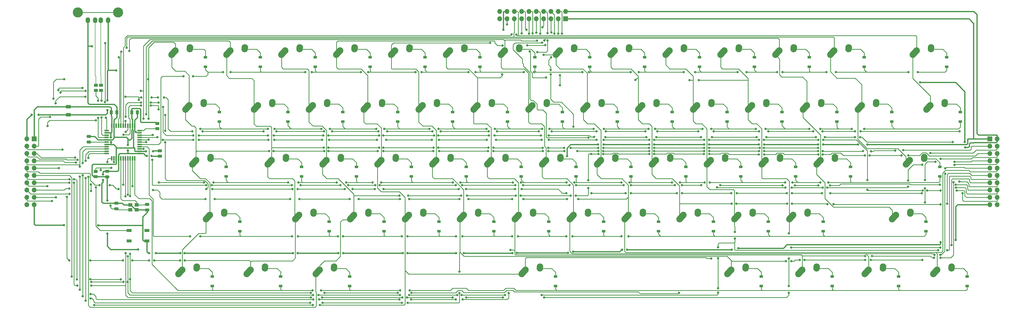
<source format=gtl>
G04 #@! TF.GenerationSoftware,KiCad,Pcbnew,(6.0.9)*
G04 #@! TF.CreationDate,2023-03-10T16:35:17-06:00*
G04 #@! TF.ProjectId,BasePCB,42617365-5043-4422-9e6b-696361645f70,rev?*
G04 #@! TF.SameCoordinates,Original*
G04 #@! TF.FileFunction,Copper,L1,Top*
G04 #@! TF.FilePolarity,Positive*
%FSLAX46Y46*%
G04 Gerber Fmt 4.6, Leading zero omitted, Abs format (unit mm)*
G04 Created by KiCad (PCBNEW (6.0.9)) date 2023-03-10 16:35:17*
%MOMM*%
%LPD*%
G01*
G04 APERTURE LIST*
G04 Aperture macros list*
%AMRoundRect*
0 Rectangle with rounded corners*
0 $1 Rounding radius*
0 $2 $3 $4 $5 $6 $7 $8 $9 X,Y pos of 4 corners*
0 Add a 4 corners polygon primitive as box body*
4,1,4,$2,$3,$4,$5,$6,$7,$8,$9,$2,$3,0*
0 Add four circle primitives for the rounded corners*
1,1,$1+$1,$2,$3*
1,1,$1+$1,$4,$5*
1,1,$1+$1,$6,$7*
1,1,$1+$1,$8,$9*
0 Add four rect primitives between the rounded corners*
20,1,$1+$1,$2,$3,$4,$5,0*
20,1,$1+$1,$4,$5,$6,$7,0*
20,1,$1+$1,$6,$7,$8,$9,0*
20,1,$1+$1,$8,$9,$2,$3,0*%
%AMHorizOval*
0 Thick line with rounded ends*
0 $1 width*
0 $2 $3 position (X,Y) of the first rounded end (center of the circle)*
0 $4 $5 position (X,Y) of the second rounded end (center of the circle)*
0 Add line between two ends*
20,1,$1,$2,$3,$4,$5,0*
0 Add two circle primitives to create the rounded ends*
1,1,$1,$2,$3*
1,1,$1,$4,$5*%
G04 Aperture macros list end*
G04 #@! TA.AperFunction,ComponentPad*
%ADD10HorizOval,2.250000X0.655001X0.730000X-0.655001X-0.730000X0*%
G04 #@! TD*
G04 #@! TA.AperFunction,ComponentPad*
%ADD11C,2.250000*%
G04 #@! TD*
G04 #@! TA.AperFunction,ComponentPad*
%ADD12HorizOval,2.250000X0.020000X0.290000X-0.020000X-0.290000X0*%
G04 #@! TD*
G04 #@! TA.AperFunction,SMDPad,CuDef*
%ADD13RoundRect,0.250000X-0.450000X0.262500X-0.450000X-0.262500X0.450000X-0.262500X0.450000X0.262500X0*%
G04 #@! TD*
G04 #@! TA.AperFunction,SMDPad,CuDef*
%ADD14RoundRect,0.250000X0.250000X0.475000X-0.250000X0.475000X-0.250000X-0.475000X0.250000X-0.475000X0*%
G04 #@! TD*
G04 #@! TA.AperFunction,SMDPad,CuDef*
%ADD15R,1.200000X0.900000*%
G04 #@! TD*
G04 #@! TA.AperFunction,SMDPad,CuDef*
%ADD16RoundRect,0.250000X0.450000X-0.262500X0.450000X0.262500X-0.450000X0.262500X-0.450000X-0.262500X0*%
G04 #@! TD*
G04 #@! TA.AperFunction,SMDPad,CuDef*
%ADD17R,1.800000X1.100000*%
G04 #@! TD*
G04 #@! TA.AperFunction,ComponentPad*
%ADD18R,1.700000X1.700000*%
G04 #@! TD*
G04 #@! TA.AperFunction,ComponentPad*
%ADD19O,1.700000X1.700000*%
G04 #@! TD*
G04 #@! TA.AperFunction,SMDPad,CuDef*
%ADD20R,1.500000X0.550000*%
G04 #@! TD*
G04 #@! TA.AperFunction,SMDPad,CuDef*
%ADD21R,0.550000X1.500000*%
G04 #@! TD*
G04 #@! TA.AperFunction,SMDPad,CuDef*
%ADD22RoundRect,0.250000X0.475000X-0.250000X0.475000X0.250000X-0.475000X0.250000X-0.475000X-0.250000X0*%
G04 #@! TD*
G04 #@! TA.AperFunction,ComponentPad*
%ADD23O,1.500000X2.000000*%
G04 #@! TD*
G04 #@! TA.AperFunction,ComponentPad*
%ADD24C,3.500000*%
G04 #@! TD*
G04 #@! TA.AperFunction,SMDPad,CuDef*
%ADD25R,1.400000X1.200000*%
G04 #@! TD*
G04 #@! TA.AperFunction,SMDPad,CuDef*
%ADD26RoundRect,0.250000X0.625000X-0.375000X0.625000X0.375000X-0.625000X0.375000X-0.625000X-0.375000X0*%
G04 #@! TD*
G04 #@! TA.AperFunction,SMDPad,CuDef*
%ADD27RoundRect,0.250000X-0.250000X-0.475000X0.250000X-0.475000X0.250000X0.475000X-0.250000X0.475000X0*%
G04 #@! TD*
G04 #@! TA.AperFunction,SMDPad,CuDef*
%ADD28RoundRect,0.250000X-0.475000X0.250000X-0.475000X-0.250000X0.475000X-0.250000X0.475000X0.250000X0*%
G04 #@! TD*
G04 #@! TA.AperFunction,ViaPad*
%ADD29C,0.800000*%
G04 #@! TD*
G04 #@! TA.AperFunction,Conductor*
%ADD30C,0.381000*%
G04 #@! TD*
G04 #@! TA.AperFunction,Conductor*
%ADD31C,0.254000*%
G04 #@! TD*
G04 #@! TA.AperFunction,Conductor*
%ADD32C,0.200000*%
G04 #@! TD*
G04 APERTURE END LIST*
D10*
X-68242499Y93757500D03*
D11*
X-67587500Y94487500D03*
X-62547500Y95567500D03*
D12*
X-62567500Y95277500D03*
D10*
X-44429999Y131857500D03*
D11*
X-43775000Y132587500D03*
D12*
X-38755000Y133377500D03*
D11*
X-38735000Y133667500D03*
D13*
X-128524000Y120546500D03*
X-128524000Y118721500D03*
D14*
X-114143750Y111125000D03*
X-116043750Y111125000D03*
D15*
X-19050000Y88837500D03*
X-19050000Y92137500D03*
D16*
X-107156250Y105450000D03*
X-107156250Y107275000D03*
D10*
X12720001Y131857500D03*
D11*
X13375000Y132587500D03*
X18415000Y133667500D03*
D12*
X18395000Y133377500D03*
D15*
X128587500Y107887500D03*
X128587500Y111187500D03*
X-52387500Y126937500D03*
X-52387500Y130237500D03*
D10*
X50820001Y131857500D03*
D11*
X51475000Y132587500D03*
X56515000Y133667500D03*
D12*
X56495000Y133377500D03*
D11*
X-39012500Y75437500D03*
D10*
X-39667499Y74707500D03*
D12*
X-33992500Y76227500D03*
D11*
X-33972500Y76517500D03*
D10*
X91301251Y55657500D03*
D11*
X91956250Y56387500D03*
X96996250Y57467500D03*
D12*
X96976250Y57177500D03*
D17*
X-110819000Y66412500D03*
X-117019000Y70112500D03*
X-110819000Y70112500D03*
X-117019000Y66412500D03*
D15*
X0Y88837500D03*
X0Y92137500D03*
D10*
X-96817499Y112807500D03*
D11*
X-96162500Y113537500D03*
X-91122500Y114617500D03*
D12*
X-91142500Y114327500D03*
D11*
X163393750Y56387500D03*
D10*
X162738751Y55657500D03*
D11*
X168433750Y57467500D03*
D12*
X168413750Y57177500D03*
D15*
X-90487500Y127000000D03*
X-90487500Y130300000D03*
D18*
X181675000Y101912500D03*
D19*
X184215000Y101912500D03*
X181675000Y99372500D03*
X184215000Y99372500D03*
X181675000Y96832500D03*
X184215000Y96832500D03*
X181675000Y94292500D03*
X184215000Y94292500D03*
X181675000Y91752500D03*
X184215000Y91752500D03*
X181675000Y89212500D03*
X184215000Y89212500D03*
X181675000Y86672500D03*
X184215000Y86672500D03*
X181675000Y84132500D03*
X184215000Y84132500D03*
X181675000Y81592500D03*
X184215000Y81592500D03*
X181675000Y79052500D03*
X184215000Y79052500D03*
D20*
X-124762500Y104806250D03*
X-124762500Y104006250D03*
X-124762500Y103206250D03*
X-124762500Y102406250D03*
X-124762500Y101606250D03*
X-124762500Y100806250D03*
X-124762500Y100006250D03*
X-124762500Y99206250D03*
X-124762500Y98406250D03*
X-124762500Y97606250D03*
X-124762500Y96806250D03*
D21*
X-123062500Y95106250D03*
X-122262500Y95106250D03*
X-121462500Y95106250D03*
X-120662500Y95106250D03*
X-119862500Y95106250D03*
X-119062500Y95106250D03*
X-118262500Y95106250D03*
X-117462500Y95106250D03*
X-116662500Y95106250D03*
X-115862500Y95106250D03*
X-115062500Y95106250D03*
D20*
X-113362500Y96806250D03*
X-113362500Y97606250D03*
X-113362500Y98406250D03*
X-113362500Y99206250D03*
X-113362500Y100006250D03*
X-113362500Y100806250D03*
X-113362500Y101606250D03*
X-113362500Y102406250D03*
X-113362500Y103206250D03*
X-113362500Y104006250D03*
X-113362500Y104806250D03*
D21*
X-115062500Y106506250D03*
X-115862500Y106506250D03*
X-116662500Y106506250D03*
X-117462500Y106506250D03*
X-118262500Y106506250D03*
X-119062500Y106506250D03*
X-119862500Y106506250D03*
X-120662500Y106506250D03*
X-121462500Y106506250D03*
X-122262500Y106506250D03*
X-123062500Y106506250D03*
D11*
X-58062500Y75437500D03*
D10*
X-58717499Y74707500D03*
D12*
X-53042500Y76227500D03*
D11*
X-53022500Y76517500D03*
D10*
X153213751Y93757500D03*
D11*
X153868750Y94487500D03*
X158908750Y95567500D03*
D12*
X158888750Y95277500D03*
D15*
X-78581250Y69787500D03*
X-78581250Y73087500D03*
X38100000Y88837500D03*
X38100000Y92137500D03*
D11*
X137200000Y113537500D03*
D10*
X136545001Y112807500D03*
D12*
X142220000Y114327500D03*
D11*
X142240000Y114617500D03*
D15*
X47625000Y69787500D03*
X47625000Y73087500D03*
X114300000Y88837500D03*
X114300000Y92137500D03*
D10*
X107970001Y131857500D03*
D11*
X108625000Y132587500D03*
X113665000Y133667500D03*
D12*
X113645000Y133377500D03*
D15*
X173831250Y50737500D03*
X173831250Y54037500D03*
D22*
X-110744000Y77216000D03*
X-110744000Y79116000D03*
D15*
X-61912500Y107887500D03*
X-61912500Y111187500D03*
X4762500Y126937500D03*
X4762500Y130237500D03*
D11*
X-100925000Y132587500D03*
D10*
X-101579999Y131857500D03*
D12*
X-95905000Y133377500D03*
D11*
X-95885000Y133667500D03*
D15*
X30956250Y50737500D03*
X30956250Y54037500D03*
D11*
X41950000Y113537500D03*
D10*
X41295001Y112807500D03*
D12*
X46970000Y114327500D03*
D11*
X46990000Y114617500D03*
X118150000Y113537500D03*
D10*
X117495001Y112807500D03*
D12*
X123170000Y114327500D03*
D11*
X123190000Y114617500D03*
D15*
X-9525000Y69787500D03*
X-9525000Y73087500D03*
D22*
X-124618750Y88743750D03*
X-124618750Y90643750D03*
D15*
X100012500Y126937500D03*
X100012500Y130237500D03*
X-33337500Y126937500D03*
X-33337500Y130237500D03*
D11*
X-48537500Y94487500D03*
D10*
X-49192499Y93757500D03*
D12*
X-43517500Y95277500D03*
D11*
X-43497500Y95567500D03*
D10*
X84157501Y93757500D03*
D11*
X84812500Y94487500D03*
X89852500Y95567500D03*
D12*
X89832500Y95277500D03*
D11*
X156250000Y132587500D03*
D10*
X155595001Y131857500D03*
D12*
X161270000Y133377500D03*
D11*
X161290000Y133667500D03*
X139581250Y56387500D03*
D10*
X138926251Y55657500D03*
D11*
X144621250Y57467500D03*
D12*
X144601250Y57177500D03*
D11*
X-29487500Y94487500D03*
D10*
X-30142499Y93757500D03*
D11*
X-24447500Y95567500D03*
D12*
X-24467500Y95277500D03*
D23*
X-124293750Y143115000D03*
X-126793750Y143115000D03*
X-128793750Y143115000D03*
X-131293750Y143115000D03*
D24*
X-134793750Y145825000D03*
X-120793750Y145825000D03*
D15*
X-64452500Y50737500D03*
X-64452500Y54037500D03*
X-23812500Y107887500D03*
X-23812500Y111187500D03*
D11*
X127675000Y132587500D03*
D10*
X127020001Y131857500D03*
D11*
X132715000Y133667500D03*
D12*
X132695000Y133377500D03*
D11*
X103862500Y94487500D03*
D10*
X103207501Y93757500D03*
D12*
X108882500Y95277500D03*
D11*
X108902500Y95567500D03*
D18*
X-149950000Y101937500D03*
D19*
X-152490000Y101937500D03*
X-149950000Y99397500D03*
X-152490000Y99397500D03*
X-149950000Y96857500D03*
X-152490000Y96857500D03*
X-149950000Y94317500D03*
X-152490000Y94317500D03*
X-149950000Y91777500D03*
X-152490000Y91777500D03*
X-149950000Y89237500D03*
X-152490000Y89237500D03*
X-149950000Y86697500D03*
X-152490000Y86697500D03*
X-149950000Y84157500D03*
X-152490000Y84157500D03*
X-149950000Y81617500D03*
X-152490000Y81617500D03*
X-149950000Y79077500D03*
X-152490000Y79077500D03*
D11*
X-50918750Y56387500D03*
D10*
X-51573749Y55657500D03*
D12*
X-45898750Y57177500D03*
D11*
X-45878750Y57467500D03*
D15*
X127000000Y50737500D03*
X127000000Y54037500D03*
X23812500Y126937500D03*
X23812500Y130237500D03*
D25*
X-116567500Y77297500D03*
X-114367500Y77297500D03*
X-114367500Y78997500D03*
X-116567500Y78997500D03*
D15*
X80962500Y126937500D03*
X80962500Y130237500D03*
X138112500Y126937500D03*
X138112500Y130237500D03*
D10*
X79395001Y112807500D03*
D11*
X80050000Y113537500D03*
X85090000Y114617500D03*
D12*
X85070000Y114327500D03*
D15*
X-71437500Y126937500D03*
X-71437500Y130237500D03*
X-38100000Y88837500D03*
X-38100000Y92137500D03*
X14287500Y107887500D03*
X14287500Y111187500D03*
X102393750Y50737500D03*
X102393750Y54037500D03*
D11*
X56237500Y75437500D03*
D10*
X55582501Y74707500D03*
D11*
X61277500Y76517500D03*
D12*
X61257500Y76227500D03*
D18*
X34448750Y143668750D03*
D19*
X34448750Y146208750D03*
X31908750Y143668750D03*
X31908750Y146208750D03*
X29368750Y143668750D03*
X29368750Y146208750D03*
X26828750Y143668750D03*
X26828750Y146208750D03*
X24288750Y143668750D03*
X24288750Y146208750D03*
X21748750Y143668750D03*
X21748750Y146208750D03*
X19208750Y143668750D03*
X19208750Y146208750D03*
X16668750Y143668750D03*
X16668750Y146208750D03*
X14128750Y143668750D03*
X14128750Y146208750D03*
X11588750Y143668750D03*
X11588750Y146208750D03*
D11*
X27662500Y94487500D03*
D10*
X27007501Y93757500D03*
D11*
X32702500Y95567500D03*
D12*
X32682500Y95277500D03*
D15*
X-14287500Y126937500D03*
X-14287500Y130237500D03*
X66675000Y69787500D03*
X66675000Y73087500D03*
X90487500Y107887500D03*
X90487500Y111187500D03*
X42862500Y126937500D03*
X42862500Y130237500D03*
X164306250Y88837500D03*
X164306250Y92137500D03*
D22*
X-121443750Y77631250D03*
X-121443750Y79531250D03*
D15*
X71437500Y107887500D03*
X71437500Y111187500D03*
X150018750Y50737500D03*
X150018750Y54037500D03*
D10*
X-1567499Y74707500D03*
D11*
X-912500Y75437500D03*
D12*
X4107500Y76227500D03*
D11*
X4127500Y76517500D03*
D15*
X159543750Y69787500D03*
X159543750Y73087500D03*
D10*
X148451251Y74707500D03*
D11*
X149106250Y75437500D03*
X154146250Y76517500D03*
D12*
X154126250Y76227500D03*
D15*
X52387500Y107887500D03*
X52387500Y111187500D03*
D11*
X32425000Y132587500D03*
D10*
X31770001Y131857500D03*
D12*
X37445000Y133377500D03*
D11*
X37465000Y133667500D03*
D26*
X-138112500Y110331250D03*
X-138112500Y113131250D03*
D11*
X20518750Y56387500D03*
D10*
X19863751Y55657500D03*
D12*
X25538750Y57177500D03*
D11*
X25558750Y57467500D03*
X89575000Y132587500D03*
D10*
X88920001Y131857500D03*
D12*
X94595000Y133377500D03*
D11*
X94615000Y133667500D03*
D15*
X76200000Y88837500D03*
X76200000Y92137500D03*
X-88106250Y50737500D03*
X-88106250Y54037500D03*
D11*
X-93781250Y94487500D03*
D10*
X-94436249Y93757500D03*
D11*
X-88741250Y95567500D03*
D12*
X-88761250Y95277500D03*
D15*
X-47625000Y69787500D03*
X-47625000Y73087500D03*
X28575000Y69787500D03*
X28575000Y73087500D03*
D10*
X7957501Y93757500D03*
D11*
X8612500Y94487500D03*
D12*
X13632500Y95277500D03*
D11*
X13652500Y95567500D03*
X3850000Y113537500D03*
D10*
X3195001Y112807500D03*
D11*
X8890000Y114617500D03*
D12*
X8870000Y114327500D03*
D11*
X-19962500Y75437500D03*
D10*
X-20617499Y74707500D03*
D11*
X-14922500Y76517500D03*
D12*
X-14942500Y76227500D03*
D10*
X-99198749Y55657500D03*
D11*
X-98543750Y56387500D03*
X-93503750Y57467500D03*
D12*
X-93523750Y57177500D03*
D15*
X61912500Y126937500D03*
X61912500Y130237500D03*
X57150000Y88837500D03*
X57150000Y92137500D03*
D11*
X18137500Y75437500D03*
D10*
X17482501Y74707500D03*
D12*
X23157500Y76227500D03*
D11*
X23177500Y76517500D03*
D10*
X-34904999Y112807500D03*
D11*
X-34250000Y113537500D03*
X-29210000Y114617500D03*
D12*
X-29230000Y114327500D03*
D11*
X-15200000Y113537500D03*
D10*
X-15854999Y112807500D03*
D12*
X-10180000Y114327500D03*
D11*
X-10160000Y114617500D03*
D10*
X-25379999Y131857500D03*
D11*
X-24725000Y132587500D03*
X-19685000Y133667500D03*
D12*
X-19705000Y133377500D03*
D15*
X109537500Y107887500D03*
X109537500Y111187500D03*
D10*
X36532501Y74707500D03*
D11*
X37187500Y75437500D03*
D12*
X42207500Y76227500D03*
D11*
X42227500Y76517500D03*
D15*
X-85725000Y107887500D03*
X-85725000Y111187500D03*
D10*
X-63479999Y131857500D03*
D11*
X-62825000Y132587500D03*
X-57785000Y133667500D03*
D12*
X-57805000Y133377500D03*
D27*
X-123187500Y111125000D03*
X-121287500Y111125000D03*
D10*
X22245001Y112807500D03*
D11*
X22900000Y113537500D03*
D12*
X27920000Y114327500D03*
D11*
X27940000Y114617500D03*
D15*
X-40481250Y50737500D03*
X-40481250Y54037500D03*
D10*
X93682501Y74707500D03*
D11*
X94337500Y75437500D03*
D12*
X99357500Y76227500D03*
D11*
X99377500Y76517500D03*
D15*
X85725000Y69787500D03*
X85725000Y73087500D03*
D10*
X65107501Y93757500D03*
D11*
X65762500Y94487500D03*
X70802500Y95567500D03*
D12*
X70782500Y95277500D03*
D15*
X147637500Y107887500D03*
X147637500Y111187500D03*
D11*
X-5675000Y132587500D03*
D10*
X-6329999Y131857500D03*
D11*
X-635000Y133667500D03*
D12*
X-655000Y133377500D03*
D11*
X-74890000Y56387500D03*
D10*
X-75544999Y55657500D03*
D12*
X-69870000Y57177500D03*
D11*
X-69850000Y57467500D03*
D10*
X74632501Y74707500D03*
D11*
X75287500Y75437500D03*
D12*
X80307500Y76227500D03*
D11*
X80327500Y76517500D03*
D15*
X-83343750Y88837500D03*
X-83343750Y92137500D03*
X166687500Y126937500D03*
X166687500Y130237500D03*
X9525000Y69787500D03*
X9525000Y73087500D03*
D11*
X70525000Y132587500D03*
D10*
X69870001Y131857500D03*
D11*
X75565000Y133667500D03*
D12*
X75545000Y133377500D03*
D10*
X-89673749Y74707500D03*
D11*
X-89018750Y75437500D03*
D12*
X-83998750Y76227500D03*
D11*
X-83978750Y76517500D03*
D10*
X-73004999Y112807500D03*
D11*
X-72350000Y113537500D03*
X-67310000Y114617500D03*
D12*
X-67330000Y114327500D03*
D15*
X-57150000Y88837500D03*
X-57150000Y92137500D03*
D22*
X-130975000Y100825000D03*
X-130975000Y102725000D03*
D15*
X33337500Y107887500D03*
X33337500Y111187500D03*
D11*
X-10437500Y94487500D03*
D10*
X-11092499Y93757500D03*
D12*
X-5417500Y95277500D03*
D11*
X-5397500Y95567500D03*
D10*
X112732501Y74707500D03*
D11*
X113387500Y75437500D03*
X118427500Y76517500D03*
D12*
X118407500Y76227500D03*
D10*
X-53954999Y112807500D03*
D11*
X-53300000Y113537500D03*
D12*
X-48280000Y114327500D03*
D11*
X-48260000Y114617500D03*
D15*
X119062500Y126937500D03*
X119062500Y130237500D03*
D10*
X98445001Y112807500D03*
D11*
X99100000Y113537500D03*
D12*
X104120000Y114327500D03*
D11*
X104140000Y114617500D03*
D10*
X115907501Y55657500D03*
D11*
X116562500Y56387500D03*
D12*
X121582500Y57177500D03*
D11*
X121602500Y57467500D03*
D15*
X104775000Y69787500D03*
X104775000Y73087500D03*
D11*
X46712500Y94487500D03*
D10*
X46057501Y93757500D03*
D11*
X51752500Y95567500D03*
D12*
X51732500Y95277500D03*
D15*
X-42862500Y107887500D03*
X-42862500Y111187500D03*
D10*
X122257501Y93757500D03*
D11*
X122912500Y94487500D03*
X127952500Y95567500D03*
D12*
X127932500Y95277500D03*
D15*
X171450000Y107887500D03*
X171450000Y111187500D03*
D16*
X-128587500Y88781250D03*
X-128587500Y90606250D03*
D13*
X-126746000Y120546500D03*
X-126746000Y118721500D03*
D10*
X-82529999Y131857500D03*
D11*
X-81875000Y132587500D03*
D12*
X-76855000Y133377500D03*
D11*
X-76835000Y133667500D03*
D15*
X133350000Y88837500D03*
X133350000Y92137500D03*
D10*
X60345001Y112807500D03*
D11*
X61000000Y113537500D03*
X66040000Y114617500D03*
D12*
X66020000Y114327500D03*
D15*
X-28575000Y69787500D03*
X-28575000Y73087500D03*
D28*
X-106362500Y97787500D03*
X-106362500Y95887500D03*
D15*
X19050000Y88837500D03*
X19050000Y92137500D03*
X123825000Y69787500D03*
X123825000Y73087500D03*
X-4762500Y107950000D03*
X-4762500Y111250000D03*
D10*
X160357501Y112807500D03*
D11*
X161012500Y113537500D03*
D12*
X166032500Y114327500D03*
D11*
X166052500Y114617500D03*
D15*
X95250000Y88837500D03*
X95250000Y92137500D03*
D29*
X-123317000Y100816250D03*
X47625000Y99949000D03*
X-123323750Y102396250D03*
X45720000Y99949000D03*
X34925000Y95885000D03*
X-124587000Y68961000D03*
X139192000Y99949000D03*
X-113919000Y63500000D03*
X103378000Y99949000D03*
X122047000Y99949000D03*
X123825000Y99949000D03*
X-111150000Y97606250D03*
X65179000Y99949000D03*
X-108743750Y97631250D03*
X82550000Y99949000D03*
X63500000Y99949000D03*
X136007760Y99939760D03*
X101473000Y99949000D03*
X-124587000Y80518000D03*
X84229000Y99949000D03*
X-139650000Y71900000D03*
X-97790000Y62230000D03*
X-107696000Y62230000D03*
X-129921000Y134112000D03*
X92075000Y63373000D03*
X164592000Y66040000D03*
X-110109000Y62230000D03*
X-126111000Y89571250D03*
X-21999000Y62232258D03*
X-127758036Y71889464D03*
X-3556000Y62230000D03*
X16002000Y62230000D03*
X35306000Y62299250D03*
X-42672000Y62230000D03*
X-60099000Y62230000D03*
X17554000Y62299250D03*
X94361000Y63933750D03*
X-44382750Y62230000D03*
X-117475000Y97917000D03*
X-20449258Y62232258D03*
X-126111000Y87630000D03*
X-110835500Y96012000D03*
X-99270250Y62230000D03*
X169820000Y66802000D03*
X54102000Y63373000D03*
X-883286Y62235714D03*
X-58547000Y62230000D03*
X-109220000Y96012000D03*
X37057964Y62753250D03*
X-117475000Y99822000D03*
X12850000Y139862500D03*
X55753000Y63373000D03*
X-123444000Y78740000D03*
X-119062500Y86014500D03*
X-94869000Y123698000D03*
X23538334Y125111666D03*
X-81788000Y125095000D03*
X156718000Y125095000D03*
X19939000Y125095000D03*
X128270000Y125095000D03*
X40275666Y125111666D03*
X59817000Y125095000D03*
X57023000Y125095000D03*
X109728000Y125095000D03*
X124968000Y125095000D03*
X-15494000Y125095000D03*
X75438000Y125095000D03*
X762000Y125095000D03*
X-36576000Y125095000D03*
X-34036000Y125095000D03*
X97282000Y125095000D03*
X107823000Y125095000D03*
X3175000Y125095000D03*
X79375000Y125095000D03*
X-53594000Y125095000D03*
X-17653000Y125095000D03*
X-98171000Y123698000D03*
X94107000Y125095000D03*
X-84455000Y125095000D03*
X42572738Y125111666D03*
X-55880000Y125095000D03*
X153416000Y125095000D03*
X138049000Y105410000D03*
X-31242000Y105410000D03*
X100457000Y105410000D03*
X26289000Y105410000D03*
X-47371000Y105410000D03*
X-68834000Y105410000D03*
X122809000Y105410000D03*
X6985000Y105410000D03*
X63246000Y105410000D03*
X-50292000Y105410000D03*
X84963000Y105410000D03*
X28829000Y105410000D03*
X118999000Y105410000D03*
X81915000Y105410000D03*
X-9652000Y105410000D03*
X65532000Y105410000D03*
X-66548000Y105410000D03*
X-107188000Y102489000D03*
X103886000Y105410000D03*
X133731000Y105410000D03*
X47752000Y105410000D03*
X-12827000Y105410000D03*
X9906000Y105410000D03*
X-28448000Y105410000D03*
X44196000Y105410000D03*
X-92329000Y105410000D03*
X-124587000Y115316000D03*
X-124587000Y111887000D03*
X172974000Y100838000D03*
X-121539000Y125730000D03*
X-148431250Y110331250D03*
X-150812500Y110331250D03*
X157480000Y121539000D03*
X173155500Y98987500D03*
X65179000Y97663000D03*
X-68453000Y97663000D03*
X-28761000Y97663000D03*
X26543000Y97663000D03*
X103378000Y97663000D03*
X82550000Y97663000D03*
X151638000Y98044000D03*
X9398000Y97663000D03*
X-30734000Y97663000D03*
X-143256000Y115887500D03*
X-144462500Y109537500D03*
X137668000Y97663000D03*
X-110236000Y108966000D03*
X-110398500Y122682000D03*
X28448000Y97663000D03*
X148844000Y97825500D03*
X-139573000Y122682000D03*
X-9398000Y97663000D03*
X84328000Y97663000D03*
X38562000Y97663000D03*
X-66861000Y97663000D03*
X29500000Y130275000D03*
X7493000Y97663000D03*
X101600000Y97663000D03*
X37175000Y106136500D03*
X140493750Y97631250D03*
X47498000Y97663000D03*
X-49276000Y97663000D03*
X-110250000Y101679750D03*
X-11430000Y97663000D03*
X29301500Y125850000D03*
X122047000Y97663000D03*
X31900000Y138521500D03*
X45847000Y97663000D03*
X29325000Y124385166D03*
X-47811000Y97663000D03*
X34036000Y97663000D03*
X123698000Y97663000D03*
X63500000Y97663000D03*
X103279000Y98775000D03*
X-47800000Y98825000D03*
X32525000Y120500000D03*
X26525000Y98800000D03*
X101825000Y98775000D03*
X-9711000Y98825000D03*
X-99325000Y59625000D03*
X-140116500Y98225000D03*
X36250000Y98775000D03*
X28425000Y98775000D03*
X-28761000Y98825000D03*
X-30225000Y98825000D03*
X65179000Y98775000D03*
X33225000Y138521500D03*
X-119100000Y59625000D03*
X122100000Y98775000D03*
X-49475000Y98825000D03*
X-97725000Y59625000D03*
X63450000Y98775000D03*
X84250000Y98775000D03*
X-111125000Y100838000D03*
X-138625000Y81775000D03*
X-130464500Y59625000D03*
X-11375000Y98825000D03*
X161025000Y97000000D03*
X45800000Y98775000D03*
X-108300000Y59625000D03*
X-110100000Y59625000D03*
X47550000Y98775000D03*
X-111125000Y110490000D03*
X33911473Y98782702D03*
X7725000Y98825000D03*
X82525000Y98775000D03*
X9425000Y98825000D03*
X-137750000Y59625000D03*
X32525000Y124050000D03*
X-115875000Y59625000D03*
X-126619000Y109347000D03*
X-126619000Y115189000D03*
X-127762000Y109220000D03*
X-127762000Y115189000D03*
X-126873000Y91059000D03*
X-128524000Y85090000D03*
X-122252500Y93881000D03*
X-123190000Y91821000D03*
X-47811000Y103124000D03*
X81407000Y102489000D03*
X168783000Y100777500D03*
X-145275000Y106375000D03*
X-118237000Y109601000D03*
X85217000Y102489000D03*
X7874000Y103124000D03*
X134874000Y102489000D03*
X-128488500Y108331000D03*
X-106771500Y114554000D03*
X104140000Y102489000D03*
X-68834000Y103124000D03*
X9779000Y103124000D03*
X-94742000Y103124000D03*
X-145375000Y85475000D03*
X100711000Y102489000D03*
X-109509500Y114554000D03*
X-105283000Y113030000D03*
X65913000Y102489000D03*
X-9711000Y103124000D03*
X44323000Y102616000D03*
X136652000Y102489000D03*
X-92837000Y103124000D03*
X25908000Y103124000D03*
X28575000Y103124000D03*
X121285000Y102489000D03*
X62484000Y102489000D03*
X-118262500Y108102500D03*
X-112903000Y114554000D03*
X-49657000Y103124000D03*
X171069000Y87122000D03*
X-11176000Y103124000D03*
X-28761000Y103124000D03*
X-30226000Y103124000D03*
X-66802000Y103124000D03*
X124460000Y102489000D03*
X48260000Y102489000D03*
X-106680000Y86741000D03*
X37465000Y86741000D03*
X16129000Y86741000D03*
X110617000Y86741000D03*
X-44958000Y86741000D03*
X71374000Y86741000D03*
X18923000Y86741000D03*
X122809000Y86741000D03*
X34798000Y86741000D03*
X-87757000Y86741000D03*
X84455000Y86741000D03*
X56642000Y86741000D03*
X-61849000Y86741000D03*
X113157000Y86741000D03*
X125603000Y86741000D03*
X-2032000Y86741000D03*
X-32512000Y86741000D03*
X-58293000Y86741000D03*
X-4699000Y86741000D03*
X74168000Y86741000D03*
X53848000Y86741000D03*
X82677000Y86741000D03*
X-124587000Y93881000D03*
X-29591000Y86741000D03*
X-91059000Y86741000D03*
X-41656000Y86741000D03*
X-3556000Y68072000D03*
X-95885000Y68072000D03*
X-92329000Y68072000D03*
X15875000Y68072000D03*
X-22352000Y68072000D03*
X34671000Y68072000D03*
X-20447000Y68072000D03*
X-44577000Y68072000D03*
X-60452000Y68072000D03*
X53848000Y68072000D03*
X-42799000Y68072000D03*
X-1397000Y68072000D03*
X-58420000Y68072000D03*
X17907000Y68072000D03*
X56261000Y68072000D03*
X36830000Y68072000D03*
X-22987000Y49276000D03*
X-50419000Y49276000D03*
X-53340000Y49276000D03*
X-19685000Y49276000D03*
X114046000Y85725000D03*
X19685000Y85852000D03*
X-57531000Y85852000D03*
X126238000Y85725000D03*
X169820000Y85979000D03*
X-108966000Y94615000D03*
X-88292250Y85852000D03*
X35814000Y85852000D03*
X109728000Y85725000D03*
X-31623000Y85852000D03*
X-1480822Y85852000D03*
X122174000Y85725000D03*
X-118237000Y104394000D03*
X-41021000Y85852000D03*
X-137725000Y84675000D03*
X-30071000Y85852000D03*
X-3683000Y85852000D03*
X164338000Y85979000D03*
X72390000Y85852000D03*
X-43688000Y85852000D03*
X57150000Y85852000D03*
X88138000Y85852000D03*
X17018000Y85852000D03*
X54610000Y85852000D03*
X-90297000Y85852000D03*
X74803000Y85852000D03*
X-60579000Y85852000D03*
X81534000Y85852000D03*
X38100000Y85852000D03*
X73025000Y83058000D03*
X-2667000Y84455000D03*
X-31750000Y84455000D03*
X-137700000Y82800000D03*
X-42164000Y84455000D03*
X-106771500Y112141000D03*
X43434000Y83058000D03*
X-104521000Y100711000D03*
X169938338Y84986528D03*
X55245000Y83058000D03*
X-104521000Y110236000D03*
X-28702000Y84455000D03*
X-109474000Y113538000D03*
X123444000Y83058000D03*
X111252000Y83058000D03*
X74803000Y83058000D03*
X-58547000Y84455000D03*
X19177000Y84455000D03*
X-127000Y84455000D03*
X-88138000Y84455000D03*
X-112903000Y113538000D03*
X-90297000Y84455000D03*
X-60325000Y84455000D03*
X34671000Y83058000D03*
X-104521000Y104683500D03*
X93853000Y83058000D03*
X-39497000Y84455000D03*
X16891000Y84455000D03*
X-118963500Y103378000D03*
X158095012Y82996620D03*
X-130200000Y83775000D03*
X91948000Y83058000D03*
X113030000Y83058000D03*
X-130326500Y86073286D03*
X126303620Y82996620D03*
X57150000Y83058000D03*
X63500000Y101600000D03*
X158404500Y83947000D03*
X159893000Y83947000D03*
X-105318500Y101600000D03*
X122186000Y101600000D03*
X7143750Y101600000D03*
X-92837000Y101600000D03*
X65179000Y101600000D03*
X-141605000Y118872000D03*
X47625000Y101600000D03*
X28575000Y101600000D03*
X103279000Y101600000D03*
X10318750Y101600000D03*
X-30956250Y101600000D03*
X-108839000Y103251000D03*
X-94742000Y101600000D03*
X-142400000Y81600000D03*
X45243750Y101600000D03*
X-68707000Y101600000D03*
X-11906250Y101600000D03*
X101600000Y101600000D03*
X84229000Y101600000D03*
X-9525000Y101600000D03*
X-66675000Y101600000D03*
X-27781250Y101600000D03*
X-50006250Y101600000D03*
X139192000Y87630000D03*
X82550000Y101600000D03*
X123825000Y101600000D03*
X164627500Y83947000D03*
X-133223000Y119634000D03*
X170180000Y83947000D03*
X139192000Y84201000D03*
X-47625000Y101600000D03*
X26193750Y101600000D03*
X27075000Y136150000D03*
X-116967000Y132461000D03*
X20950000Y139825000D03*
X-120589000Y130302000D03*
X111351000Y79375000D03*
X-136906000Y54102000D03*
X73818750Y48418750D03*
X21750000Y138525000D03*
X164592000Y79121000D03*
X-23812500Y48418750D03*
X-116681250Y53117750D03*
X-116681250Y61912500D03*
X-53975000Y48418750D03*
X-49212500Y48418750D03*
X-119888000Y53086000D03*
X-19050000Y48418750D03*
X127386714Y79253714D03*
X166878000Y79375000D03*
X113030000Y79375000D03*
X125343286Y79242286D03*
X-130464500Y53153658D03*
X93754000Y79375000D03*
X-116642572Y81994658D03*
X58674000Y122428000D03*
X92075000Y79375000D03*
X-23018750Y47625000D03*
X13493750Y47625000D03*
X-19843750Y47625000D03*
X87376000Y64262000D03*
X93218000Y69596000D03*
X23000000Y138575000D03*
X87376000Y50002500D03*
X-1587500Y47625000D03*
X-136179500Y87875000D03*
X-130175000Y52197000D03*
X-117472083Y82552257D03*
X26193750Y47625000D03*
X-51343500Y47625000D03*
X-53181250Y47625000D03*
X166878000Y63246000D03*
X87376000Y60392250D03*
X-135128000Y53086000D03*
X163703000Y63207250D03*
X87376000Y48514000D03*
X-117510500Y52197000D03*
X-117472083Y61087000D03*
X-137632500Y87875000D03*
X-118999000Y52197000D03*
X93218000Y67310000D03*
X-3175000Y47625000D03*
X77470000Y122329000D03*
X-137725000Y86700000D03*
X21975000Y132350000D03*
X0Y46831250D03*
X-50006250Y46831250D03*
X-136179500Y86650000D03*
X112776000Y64135000D03*
X80645000Y122329000D03*
X-22225000Y46831250D03*
X-118237000Y62230000D03*
X-135001000Y50927000D03*
X-130175000Y50927000D03*
X111918750Y48418750D03*
X-118262500Y81940500D03*
X19208750Y138566250D03*
X12700000Y46831250D03*
X27650000Y123237000D03*
X-53975000Y46831250D03*
X111918750Y69056250D03*
X26987500Y46831250D03*
X111918750Y50800000D03*
X-20546000Y46831250D03*
X164465000Y64135000D03*
X111918750Y60325000D03*
X168366500Y65024000D03*
X-4762500Y46831250D03*
X151003000Y96139000D03*
X45847000Y96647000D03*
X84328000Y96647000D03*
X-20193000Y82169000D03*
X65179000Y96647000D03*
X43307000Y96647000D03*
X42291000Y87503000D03*
X63500000Y96647000D03*
X-135750000Y95400000D03*
X-131191000Y95309000D03*
X254000Y82169000D03*
X17145000Y82169000D03*
X138303000Y96139000D03*
X101473000Y96520000D03*
X-1778000Y82169000D03*
X-131176671Y88747786D03*
X37973000Y82169000D03*
X47498000Y96647000D03*
X42418000Y102326500D03*
X122174000Y96520000D03*
X26326500Y135375000D03*
X18864000Y82169000D03*
X139954000Y96139000D03*
X29580493Y138876478D03*
X123698000Y96520000D03*
X36195000Y82169000D03*
X-23241000Y82169000D03*
X42291000Y84836000D03*
X82423000Y96647000D03*
X153412810Y96150636D03*
X103378000Y96520000D03*
X153289000Y85344000D03*
X-132080000Y45720000D03*
X158242000Y92964000D03*
X153289000Y87467500D03*
X-129159000Y44160500D03*
X-132080000Y94295000D03*
X12573000Y134366000D03*
X21200000Y134450000D03*
X125222000Y84963000D03*
X-50800000Y44196000D03*
X112903000Y84963000D03*
X-132080000Y88320000D03*
X84963000Y60325000D03*
X110744000Y84963000D03*
X27448500Y134475000D03*
X123701750Y84963000D03*
X30550000Y138521500D03*
X164592000Y94996000D03*
X-53248500Y44160500D03*
X-134838500Y94600000D03*
X86995000Y85054500D03*
X-130429000Y46482000D03*
X159131000Y79847500D03*
X-49911000Y44958000D03*
X-54229000Y44958000D03*
X8255000Y135252500D03*
X159131000Y87630000D03*
X110871000Y59436000D03*
X112776000Y59436000D03*
X140335000Y59817000D03*
X162814000Y93980000D03*
X117348000Y59817000D03*
X169418000Y93980000D03*
X-133096000Y93500000D03*
X159131000Y84709000D03*
X115697000Y59817000D03*
X-133096000Y47244000D03*
X158242000Y59817000D03*
X-20320000Y44958000D03*
X-22352000Y44958000D03*
X-2407161Y48351500D03*
X-133096000Y89268750D03*
X-2413000Y55753000D03*
X-135444000Y93681000D03*
X26450000Y140650000D03*
X138430000Y59817000D03*
X-23241000Y46101000D03*
X169093000Y86868000D03*
X164592000Y60579000D03*
X162306000Y60579000D03*
X14732000Y48351500D03*
X-134112000Y49530000D03*
X169418000Y92837000D03*
X28200000Y138675000D03*
X140837286Y61208286D03*
X-130429000Y48006000D03*
X-53086000Y46101000D03*
X138424286Y61208286D03*
X-134112000Y92263000D03*
X24600000Y132025000D03*
X12446000Y124368500D03*
X15303500Y63309500D03*
X-1270000Y46101000D03*
X-3683000Y46101000D03*
X-134112000Y88762000D03*
X-51054000Y46101000D03*
X28175000Y136160500D03*
X-19177000Y46101000D03*
X166229238Y91710692D03*
X-112014000Y98479750D03*
X164465000Y61595000D03*
X166167464Y89829036D03*
X-112014000Y108966000D03*
X-112938500Y118618000D03*
X-132083750Y118618000D03*
X24563714Y136038714D03*
X24300000Y138800000D03*
X162433000Y61595000D03*
X-141390000Y91790000D03*
X-140843000Y117983000D03*
X-127281500Y85852000D03*
X-2381250Y80962500D03*
X26826500Y131150000D03*
X-90487500Y80962500D03*
X-123698000Y85852000D03*
X-57943750Y80962500D03*
X-40481250Y80962500D03*
X-37306250Y80962500D03*
X-115862500Y85509500D03*
X34925000Y80962500D03*
X-23018750Y80962500D03*
X19843750Y80962500D03*
X15875000Y80962500D03*
X25625000Y138521500D03*
X-61118750Y80962500D03*
X-120650000Y84490500D03*
X38893750Y80962500D03*
X-19843750Y80962500D03*
X-108743750Y84137500D03*
X793750Y80962500D03*
X-87312500Y80962500D03*
X-119761000Y132207000D03*
X-117856000Y133604000D03*
X15725000Y138200000D03*
X17325000Y138125000D03*
X136779000Y104521000D03*
X-27432000Y104521000D03*
X-143775000Y80325000D03*
X25146000Y104521000D03*
X-46609000Y104521000D03*
X66294000Y104521000D03*
X-109220000Y116332000D03*
X104775000Y104521000D03*
X80518000Y104521000D03*
X45212000Y104521000D03*
X-11811000Y104521000D03*
X-30480000Y104521000D03*
X48387000Y104521000D03*
X-65913000Y104521000D03*
X-49403000Y104521000D03*
X7747000Y104521000D03*
X-70358000Y104521000D03*
X134874000Y104521000D03*
X172212000Y83058000D03*
X-113665000Y115443000D03*
X-91567000Y104521000D03*
X10668000Y104521000D03*
X-142494000Y114300000D03*
X-118272500Y116586000D03*
X-104902000Y116332000D03*
X29591000Y104521000D03*
X101600000Y104521000D03*
X62103000Y104521000D03*
X-107061000Y116332000D03*
X-114695258Y104390558D03*
X-132207000Y116586000D03*
X-8890000Y104521000D03*
X-112740500Y116332000D03*
X120396000Y104521000D03*
X85852000Y104521000D03*
X123571000Y104521000D03*
X-95123000Y104521000D03*
X171196000Y104521000D03*
X-125095000Y109311500D03*
X14128750Y141728750D03*
X-125349000Y135184500D03*
X-125381074Y114709000D03*
D30*
X-129921000Y89408000D02*
X-129294250Y88781250D01*
X-129921000Y92710000D02*
X-129921000Y89408000D01*
X173637500Y99987500D02*
X139153500Y99987500D01*
X-123323750Y104006250D02*
X-123062500Y104267500D01*
X-121666000Y93091000D02*
X-129540000Y93091000D01*
X-138112500Y113131250D02*
X-123672250Y113131250D01*
X-123187500Y111125000D02*
X-123187500Y109852500D01*
X-123323750Y102368750D02*
X-123323750Y102396250D01*
X-124656250Y88781250D02*
X-124618750Y88743750D01*
X-123323750Y104006250D02*
X-123323750Y102368750D01*
X-123672250Y113131250D02*
X-123187500Y112646500D01*
X-121462500Y99110500D02*
X-122358250Y100006250D01*
X-115062500Y105141252D02*
X-115485758Y104717994D01*
X-124618750Y80549750D02*
X-124587000Y80518000D01*
X-128587500Y88781250D02*
X-124656250Y88781250D01*
X45720000Y99949000D02*
X36195000Y99949000D01*
X-123317000Y100816250D02*
X-123317000Y100076000D01*
X-123062500Y104267500D02*
X-123062500Y106506250D01*
X175312500Y101912500D02*
X175300000Y101900000D01*
X-124587000Y64643000D02*
X-123444000Y63500000D01*
X-115485758Y99102758D02*
X-115062500Y98679500D01*
X173950000Y100300000D02*
X173637500Y99987500D01*
X34925000Y98679000D02*
X34925000Y95885000D01*
X82550000Y99949000D02*
X65179000Y99949000D01*
X-149950000Y111987500D02*
X-149950000Y101937500D01*
X-124587000Y68961000D02*
X-124587000Y64643000D01*
X-123187500Y112646500D02*
X-123187500Y111125000D01*
X-106362500Y97787500D02*
X-108587500Y97787500D01*
X63500000Y99949000D02*
X47625000Y99949000D01*
X-122358250Y100006250D02*
X-123386750Y100006250D01*
X175787500Y101912500D02*
X181675000Y101912500D01*
X-121462500Y95106250D02*
X-121462500Y98755500D01*
X-114143750Y109376250D02*
X-114143750Y111125000D01*
X123834240Y99939760D02*
X123825000Y99949000D01*
X34448750Y143668750D02*
X174456250Y143668750D01*
X136007760Y99939760D02*
X123834240Y99939760D01*
X101473000Y99949000D02*
X84229000Y99949000D01*
X-121462500Y93294500D02*
X-121666000Y93091000D01*
X176050000Y102175000D02*
X175787500Y101912500D01*
X139153500Y99987500D02*
X139192000Y99949000D01*
X36195000Y99949000D02*
X34925000Y98679000D01*
X-115485758Y104717994D02*
X-115485758Y99102758D01*
X174100000Y101900000D02*
X173950000Y101750000D01*
X175787500Y101912500D02*
X175312500Y101912500D01*
X-123062500Y109727500D02*
X-123062500Y106506250D01*
X-115062500Y106506250D02*
X-115062500Y108457500D01*
X173950000Y101750000D02*
X173950000Y100300000D01*
X-148806250Y113131250D02*
X-149950000Y111987500D01*
X-115062500Y97790500D02*
X-114878250Y97606250D01*
X-123317000Y100076000D02*
X-123386750Y100006250D01*
X-115062500Y106506250D02*
X-115062500Y105141252D01*
X-113362500Y97606250D02*
X-111150000Y97606250D01*
X-129540000Y93091000D02*
X-129921000Y92710000D01*
X175300000Y101900000D02*
X174100000Y101900000D01*
X-113919000Y63500000D02*
X-123444000Y63500000D01*
X-115138500Y98755500D02*
X-115062500Y98679500D01*
X-129294250Y88781250D02*
X-128587500Y88781250D01*
X-115062500Y108457500D02*
X-114143750Y109376250D01*
X-115062500Y98679500D02*
X-115062500Y97790500D01*
X176050000Y142075000D02*
X176050000Y102175000D01*
X122047000Y99949000D02*
X103378000Y99949000D01*
X-124618750Y88743750D02*
X-124618750Y80549750D01*
X174456250Y143668750D02*
X176050000Y142075000D01*
X-108587500Y97787500D02*
X-108743750Y97631250D01*
X-121462500Y98755500D02*
X-121462500Y99110500D01*
X-124762500Y104006250D02*
X-123323750Y104006250D01*
X-121462500Y98755500D02*
X-115138500Y98755500D01*
X-113362500Y97606250D02*
X-114878250Y97606250D01*
X-123386750Y100006250D02*
X-124762500Y100006250D01*
X-121462500Y95106250D02*
X-121462500Y93294500D01*
X-123187500Y109852500D02*
X-123062500Y109727500D01*
X-138112500Y113131250D02*
X-148806250Y113131250D01*
X-116043750Y108854750D02*
X-115862500Y108673500D01*
X-126491500Y86487500D02*
X-126491500Y80009500D01*
X-116066758Y102119242D02*
X-116586000Y101600000D01*
X17554000Y62299250D02*
X35121250Y62299250D01*
X181675000Y79052500D02*
X170502500Y79052500D01*
X-122174000Y102489000D02*
X-117983000Y102489000D01*
X35121250Y62299250D02*
X35306000Y62299250D01*
X-127800000Y101606250D02*
X-128918750Y102725000D01*
X-122809000Y101600000D02*
X-122815250Y101606250D01*
X-107156250Y107275000D02*
X-107577250Y107696000D01*
X-122262500Y102146500D02*
X-122809000Y101600000D01*
X-42672000Y62230000D02*
X-21996742Y62230000D01*
X-113030000Y112141000D02*
X-113411000Y112522000D01*
X53228250Y62753250D02*
X53848000Y63373000D01*
X-120236750Y96806250D02*
X-117380250Y96806250D01*
X-120662500Y96380500D02*
X-120236750Y96806250D01*
X-117475000Y101981000D02*
X-117475000Y101600000D01*
X-121287500Y113032500D02*
X-121287500Y111125000D01*
X-117475000Y101600000D02*
X-117475000Y99822000D01*
X-120662500Y91046500D02*
X-120662500Y95106250D01*
X-106362500Y95887500D02*
X-109095500Y95887500D01*
X-97790000Y62230000D02*
X-60099000Y62230000D01*
X-116406500Y78997500D02*
X-116567500Y78997500D01*
X-58547000Y62230000D02*
X-44382750Y62230000D01*
X-107577250Y107696000D02*
X-112776000Y107696000D01*
X-122262500Y106506250D02*
X-122262500Y108496500D01*
X-110819000Y66412500D02*
X-110819000Y62686000D01*
X55753000Y63373000D02*
X92075000Y63373000D01*
X-114367500Y77297500D02*
X-110916500Y77297500D01*
X-117475000Y97917000D02*
X-117475000Y96901000D01*
X-131293750Y134136250D02*
X-131293750Y143115000D01*
X-115862500Y106506250D02*
X-115862500Y105162910D01*
X12850000Y146000000D02*
X12850000Y139862500D01*
X-126491500Y80009500D02*
X-126013250Y79531250D01*
X-116043750Y112302250D02*
X-116043750Y111125000D01*
X-112268000Y66802000D02*
X-111878500Y66412500D01*
X-122262500Y108496500D02*
X-121287500Y109471500D01*
X-131293750Y134136250D02*
X-129945250Y134136250D01*
X94361000Y63933750D02*
X110034750Y63933750D01*
X-21996742Y62230000D02*
X-21999000Y62232258D01*
X169820000Y78370000D02*
X169820000Y66802000D01*
X164338000Y65151000D02*
X164592000Y65405000D01*
X-112776000Y107696000D02*
X-113030000Y107950000D01*
X12875000Y146025000D02*
X12850000Y146000000D01*
X-111950000Y96806250D02*
X-113362500Y96806250D01*
X-127750572Y71882000D02*
X-112268000Y71882000D01*
X-110363000Y62230000D02*
X-110109000Y62230000D01*
X13058750Y146208750D02*
X12875000Y146025000D01*
X-883286Y62235714D02*
X15996286Y62235714D01*
X-128918750Y102725000D02*
X-130975000Y102725000D01*
X-131293750Y114402750D02*
X-130810000Y113919000D01*
X-139650000Y71900000D02*
X-149550000Y71900000D01*
X-119409250Y79531250D02*
X-118872000Y78994000D01*
X-121443750Y79531250D02*
X-119409250Y79531250D01*
X-126111000Y89571250D02*
X-126111000Y90424000D01*
X-122262500Y106506250D02*
X-122262500Y102577500D01*
X-126111000Y90424000D02*
X-125891250Y90643750D01*
X-3558258Y62232258D02*
X-3556000Y62230000D01*
X-115862500Y108673500D02*
X-115862500Y106506250D01*
X-113411000Y112522000D02*
X-115824000Y112522000D01*
X-117380250Y96806250D02*
X-113362500Y96806250D01*
X-126111000Y86868000D02*
X-126111000Y87630000D01*
X15996286Y62235714D02*
X16002000Y62230000D01*
X-116586000Y101600000D02*
X-117475000Y101600000D01*
X-124618750Y90643750D02*
X-121065250Y90643750D01*
X-120662500Y95106250D02*
X-120662500Y96380500D01*
X-114706500Y77297500D02*
X-116406500Y78997500D01*
X-111155750Y96012000D02*
X-111950000Y96806250D01*
X-129945250Y134136250D02*
X-129921000Y134112000D01*
X-127750572Y71882000D02*
X-127758036Y71889464D01*
X-122174000Y113919000D02*
X-121287500Y113032500D01*
X-118868500Y78997500D02*
X-116567500Y78997500D01*
X-109095500Y95887500D02*
X-109220000Y96012000D01*
X164592000Y65405000D02*
X164592000Y66040000D01*
X-121065250Y90643750D02*
X-120662500Y91046500D01*
X-131293750Y134136250D02*
X-131293750Y114402750D01*
X-125891250Y90643750D02*
X-124618750Y90643750D01*
X-115824000Y112522000D02*
X-116043750Y112302250D01*
X-122262500Y102577500D02*
X-122262500Y102146500D01*
X14128750Y146208750D02*
X13058750Y146208750D01*
X-111878500Y66412500D02*
X-110819000Y66412500D01*
X-118872000Y78994000D02*
X-118868500Y78997500D01*
X-149950000Y72300000D02*
X-149950000Y79077500D01*
X-122815250Y101606250D02*
X-124762500Y101606250D01*
X-149550000Y71900000D02*
X-149950000Y72300000D01*
X-115862500Y105162910D02*
X-116066758Y104958652D01*
X-114367500Y77297500D02*
X-114706500Y77297500D01*
X-110744000Y77216000D02*
X-110744000Y76327000D01*
X-117475000Y96901000D02*
X-117380250Y96806250D01*
X-110835500Y96012000D02*
X-111155750Y96012000D01*
X-117983000Y102489000D02*
X-117475000Y101981000D01*
X111252000Y65151000D02*
X164338000Y65151000D01*
X-121287500Y109471500D02*
X-121287500Y111125000D01*
X53848000Y63373000D02*
X54102000Y63373000D01*
X-112268000Y71882000D02*
X-112268000Y66802000D01*
X-126013250Y79531250D02*
X-121443750Y79531250D01*
X-112268000Y74803000D02*
X-112268000Y71882000D01*
X-130810000Y113919000D02*
X-122174000Y113919000D01*
X-107696000Y62230000D02*
X-99270250Y62230000D01*
X170502500Y79052500D02*
X169820000Y78370000D01*
X-116043750Y111125000D02*
X-116043750Y108854750D01*
X-124762500Y101606250D02*
X-127800000Y101606250D01*
X-110819000Y62686000D02*
X-110363000Y62230000D01*
X-20449258Y62232258D02*
X-3558258Y62232258D01*
X-126491500Y86487500D02*
X-126111000Y86868000D01*
X110034750Y63933750D02*
X111252000Y65151000D01*
X-113030000Y107950000D02*
X-113030000Y112141000D01*
X-122262500Y102577500D02*
X-122174000Y102489000D01*
X37057964Y62753250D02*
X53228250Y62753250D01*
X-110744000Y76327000D02*
X-112268000Y74803000D01*
X-116066758Y104958652D02*
X-116066758Y102119242D01*
D31*
X-122970250Y77631250D02*
X-123444000Y78105000D01*
X-119062500Y95106250D02*
X-119062500Y86014500D01*
X-123444000Y78105000D02*
X-123444000Y78740000D01*
X-121110000Y77297500D02*
X-116567500Y77297500D01*
X-121443750Y77631250D02*
X-121110000Y77297500D01*
X-121443750Y77631250D02*
X-122970250Y77631250D01*
X-114367500Y78997500D02*
X-110862500Y78997500D01*
X-114367500Y79950500D02*
X-114935000Y80518000D01*
X-110862500Y78997500D02*
X-110744000Y79116000D01*
X-114367500Y78997500D02*
X-114367500Y79950500D01*
X-119253000Y80518000D02*
X-119862500Y81127500D01*
X-119862500Y81127500D02*
X-119862500Y95106250D01*
X-114935000Y80518000D02*
X-119253000Y80518000D01*
X-130975000Y100825000D02*
X-130956250Y100806250D01*
X-130956250Y100806250D02*
X-124762500Y100806250D01*
X-94869000Y123698000D02*
X-90297000Y123698000D01*
X138938000Y125095000D02*
X138112500Y125920500D01*
X-89662000Y125095000D02*
X-90487500Y125920500D01*
X-106045000Y123063000D02*
X-105410000Y123698000D01*
X119062500Y125412500D02*
X119062500Y126937500D01*
X40275666Y125111666D02*
X24113334Y125111666D01*
X-17653000Y125095000D02*
X-33020000Y125095000D01*
X166687500Y125666500D02*
X166116000Y125095000D01*
X-89662000Y124333000D02*
X-89662000Y125095000D01*
X75438000Y125095000D02*
X62357000Y125095000D01*
X124968000Y125095000D02*
X119380000Y125095000D01*
X-52387500Y125539500D02*
X-52387500Y126937500D01*
X-105410000Y123698000D02*
X-98171000Y123698000D01*
X-106749750Y100006250D02*
X-106045000Y100711000D01*
X-106045000Y100711000D02*
X-106045000Y123063000D01*
X100711000Y125095000D02*
X97282000Y125095000D01*
X4762500Y125539500D02*
X4762500Y126937500D01*
X19939000Y125095000D02*
X5207000Y125095000D01*
X43561000Y125095000D02*
X42556072Y125095000D01*
X-33020000Y125095000D02*
X-34036000Y125095000D01*
X62357000Y125095000D02*
X59817000Y125095000D01*
X-14287500Y125793500D02*
X-14287500Y126937500D01*
X-33020000Y125095000D02*
X-33337500Y125412500D01*
X-55880000Y125095000D02*
X-71120000Y125095000D01*
X61912500Y125539500D02*
X61912500Y126937500D01*
X81534000Y125095000D02*
X80962500Y125666500D01*
X119380000Y125095000D02*
X109728000Y125095000D01*
X94107000Y125095000D02*
X81534000Y125095000D01*
X166116000Y125095000D02*
X156718000Y125095000D01*
X-13589000Y125095000D02*
X-15494000Y125095000D01*
X138112500Y125920500D02*
X138112500Y126937500D01*
X100012500Y125793500D02*
X100012500Y126937500D01*
X-71437500Y125412500D02*
X-71437500Y126937500D01*
X-113362500Y100006250D02*
X-106749750Y100006250D01*
X42556072Y125095000D02*
X42572738Y125111666D01*
X107823000Y125095000D02*
X100711000Y125095000D01*
X23812500Y125412500D02*
X23812500Y126937500D01*
X57023000Y125095000D02*
X43561000Y125095000D01*
X-90487500Y125920500D02*
X-90487500Y127000000D01*
X166687500Y126937500D02*
X166687500Y125666500D01*
X-71120000Y125095000D02*
X-81788000Y125095000D01*
X100711000Y125095000D02*
X100012500Y125793500D01*
X119380000Y125095000D02*
X119062500Y125412500D01*
X-36576000Y125095000D02*
X-51943000Y125095000D01*
X-84455000Y125095000D02*
X-89662000Y125095000D01*
X62357000Y125095000D02*
X61912500Y125539500D01*
X-13589000Y125095000D02*
X-14287500Y125793500D01*
X43561000Y125095000D02*
X42862500Y125793500D01*
X-51943000Y125095000D02*
X-53594000Y125095000D01*
X-33337500Y125412500D02*
X-33337500Y126937500D01*
X-71120000Y125095000D02*
X-71437500Y125412500D01*
X5207000Y125095000D02*
X4762500Y125539500D01*
X138938000Y125095000D02*
X128270000Y125095000D01*
X24113334Y125111666D02*
X23812500Y125412500D01*
X5207000Y125095000D02*
X3175000Y125095000D01*
X-51943000Y125095000D02*
X-52387500Y125539500D01*
X762000Y125095000D02*
X-13589000Y125095000D01*
X-90297000Y123698000D02*
X-89662000Y124333000D01*
X23538334Y125111666D02*
X24113334Y125111666D01*
X81534000Y125095000D02*
X79375000Y125095000D01*
X80962500Y125666500D02*
X80962500Y126937500D01*
X42862500Y125793500D02*
X42862500Y126937500D01*
X153416000Y125095000D02*
X138938000Y125095000D01*
X-90487500Y130300000D02*
X-90487500Y132556250D01*
X-91018750Y133087500D02*
X-95925000Y133087500D01*
X-90487500Y132556250D02*
X-91018750Y133087500D01*
X71437500Y106235500D02*
X71437500Y107887500D01*
X-50292000Y105410000D02*
X-60706000Y105410000D01*
X148590000Y105410000D02*
X147637500Y106362500D01*
X91186000Y105410000D02*
X84963000Y105410000D01*
X34036000Y105410000D02*
X28829000Y105410000D01*
X147637500Y106362500D02*
X147637500Y107887500D01*
X171450000Y106045000D02*
X170815000Y105410000D01*
X-85725000Y106172000D02*
X-85725000Y107887500D01*
X-84963000Y105410000D02*
X-92329000Y105410000D01*
X118999000Y105410000D02*
X110617000Y105410000D01*
X133731000Y105410000D02*
X129286000Y105410000D01*
X90487500Y106108500D02*
X90487500Y107887500D01*
X15113000Y105410000D02*
X14287500Y106235500D01*
X-61912500Y106489500D02*
X-61912500Y107887500D01*
X6985000Y105410000D02*
X-3937000Y105410000D01*
X34036000Y105410000D02*
X33337500Y106108500D01*
X129286000Y105410000D02*
X129159000Y105410000D01*
X72263000Y105410000D02*
X71437500Y106235500D01*
X148590000Y105410000D02*
X138049000Y105410000D01*
X129286000Y105410000D02*
X122809000Y105410000D01*
X170815000Y105410000D02*
X148590000Y105410000D01*
X33337500Y106108500D02*
X33337500Y107887500D01*
X-4762500Y106235500D02*
X-4762500Y107950000D01*
X-68834000Y105410000D02*
X-84963000Y105410000D01*
X63246000Y105410000D02*
X53213000Y105410000D01*
X44196000Y105410000D02*
X34036000Y105410000D01*
X-23114000Y105410000D02*
X-28448000Y105410000D01*
X-23812500Y106108500D02*
X-23812500Y107887500D01*
X72263000Y105410000D02*
X65532000Y105410000D01*
X-42037000Y105410000D02*
X-47371000Y105410000D01*
X-42862500Y106235500D02*
X-42862500Y107887500D01*
X128587500Y105981500D02*
X128587500Y107887500D01*
X-23114000Y105410000D02*
X-23812500Y106108500D01*
X171450000Y107887500D02*
X171450000Y106045000D01*
X53213000Y105410000D02*
X47752000Y105410000D01*
X110617000Y105410000D02*
X103886000Y105410000D01*
X-113362500Y102406250D02*
X-107105250Y102406250D01*
X14287500Y106235500D02*
X14287500Y107887500D01*
X52387500Y106235500D02*
X52387500Y107887500D01*
X109537500Y106489500D02*
X109537500Y107887500D01*
X129159000Y105410000D02*
X128587500Y105981500D01*
X15113000Y105410000D02*
X9906000Y105410000D01*
X-60833000Y105410000D02*
X-61912500Y106489500D01*
X-84963000Y105410000D02*
X-85725000Y106172000D01*
X100457000Y105410000D02*
X91186000Y105410000D01*
X110617000Y105410000D02*
X109537500Y106489500D01*
X91186000Y105410000D02*
X90487500Y106108500D01*
X-107105250Y102406250D02*
X-107188000Y102489000D01*
X-60706000Y105410000D02*
X-60833000Y105410000D01*
X-3937000Y105410000D02*
X-4762500Y106235500D01*
X-42037000Y105410000D02*
X-42862500Y106235500D01*
X26289000Y105410000D02*
X15113000Y105410000D01*
X-12827000Y105410000D02*
X-23114000Y105410000D01*
X53213000Y105410000D02*
X52387500Y106235500D01*
X-60706000Y105410000D02*
X-66548000Y105410000D01*
X-31242000Y105410000D02*
X-42037000Y105410000D01*
X81915000Y105410000D02*
X72263000Y105410000D01*
X-3937000Y105410000D02*
X-9652000Y105410000D01*
X-85725000Y111187500D02*
X-85725000Y112712500D01*
X-85725000Y112712500D02*
X-87050000Y114037500D01*
X-87050000Y114037500D02*
X-91162500Y114037500D01*
X-71437500Y131762500D02*
X-72762500Y133087500D01*
X-72762500Y133087500D02*
X-76875000Y133087500D01*
X-71437500Y130237500D02*
X-71437500Y131762500D01*
X-61912500Y112712500D02*
X-63237500Y114037500D01*
X-61912500Y111187500D02*
X-61912500Y112712500D01*
X-63237500Y114037500D02*
X-67350000Y114037500D01*
D30*
X-138112500Y110331250D02*
X-125126750Y110331250D01*
X183863000Y100613000D02*
X176113000Y100613000D01*
X-121578250Y125769250D02*
X-121539000Y125730000D01*
X172974000Y101346000D02*
X172974000Y100838000D01*
X174950000Y100600000D02*
X174600000Y100250000D01*
X184215000Y101912500D02*
X184215000Y100965000D01*
X177175000Y103800000D02*
X177675000Y103300000D01*
X172974000Y118364000D02*
X172974000Y101346000D01*
X34448750Y146208750D02*
X176116250Y146208750D01*
X-152490000Y108653750D02*
X-152490000Y101937500D01*
X-124587000Y125476000D02*
X-124293750Y125769250D01*
X-124293750Y125769250D02*
X-121626750Y125769250D01*
X174600000Y99400000D02*
X174187500Y98987500D01*
X-124293750Y125769250D02*
X-124293750Y143115000D01*
X-121626750Y125769250D02*
X-121578250Y125769250D01*
X-150812500Y110331250D02*
X-152490000Y108653750D01*
X177675000Y103300000D02*
X183975000Y103300000D01*
X-124587000Y110871000D02*
X-124587000Y111887000D01*
X157480000Y121539000D02*
X169799000Y121539000D01*
X177175000Y145150000D02*
X177175000Y103800000D01*
X-125126750Y110331250D02*
X-124587000Y110871000D01*
X176116250Y146208750D02*
X177175000Y145150000D01*
X183975000Y103300000D02*
X184215000Y103060000D01*
X184215000Y100965000D02*
X183863000Y100613000D01*
X184215000Y103060000D02*
X184215000Y101912500D01*
X176100000Y100600000D02*
X174950000Y100600000D01*
X176113000Y100613000D02*
X176100000Y100600000D01*
X-124587000Y115316000D02*
X-124587000Y125476000D01*
X174187500Y98987500D02*
X173155500Y98987500D01*
X174600000Y100250000D02*
X174600000Y99400000D01*
X169799000Y121539000D02*
X172974000Y118364000D01*
X-138112500Y110331250D02*
X-148431250Y110331250D01*
D31*
X-134793750Y145825000D02*
X-120793750Y145825000D01*
D32*
X-126793750Y143115000D02*
X-126793750Y124031250D01*
X-126793750Y124031250D02*
X-126746000Y123983500D01*
X-126746000Y123983500D02*
X-126746000Y120546500D01*
X-128524000Y123698000D02*
X-128793750Y123967750D01*
X-128524000Y120546500D02*
X-128524000Y123698000D01*
X-128793750Y123967750D02*
X-128793750Y143115000D01*
D31*
X-143256000Y115887500D02*
X-143256000Y121666000D01*
X148844000Y97825500D02*
X141481750Y97825500D01*
X-97631250Y125412500D02*
X-96162500Y123943750D01*
X-89018750Y86637500D02*
X-89018750Y75437500D01*
X137636250Y97631250D02*
X123729750Y97631250D01*
X-11430000Y97663000D02*
X-28761000Y97663000D01*
X-110236000Y133604000D02*
X-110236000Y122682000D01*
X-148431250Y108743750D02*
X-147637500Y109537500D01*
X175150000Y99250000D02*
X175150000Y98200000D01*
X-110236000Y122682000D02*
X-110236000Y108966000D01*
X28575000Y129350000D02*
X28575000Y127650000D01*
X175272500Y99372500D02*
X175150000Y99250000D01*
X-95091250Y93027500D02*
X-95091250Y90944539D01*
X-108315000Y135525000D02*
X-110236000Y133604000D01*
X31908750Y143668750D02*
X31908750Y138530250D01*
X-30734000Y97663000D02*
X-47811000Y97663000D01*
X122047000Y97663000D02*
X103378000Y97663000D01*
X175150000Y98200000D02*
X174937500Y97987500D01*
X-93781250Y105687500D02*
X-93781250Y97337250D01*
X-143256000Y121666000D02*
X-142240000Y122682000D01*
X29325000Y115675000D02*
X30325000Y114675000D01*
X-142240000Y122682000D02*
X-139573000Y122682000D01*
X82550000Y97663000D02*
X65179000Y97663000D01*
X-90328750Y73977500D02*
X-90328750Y69215000D01*
X34036000Y97663000D02*
X28448000Y97663000D01*
X-100925000Y132587500D02*
X-100925000Y134850000D01*
X174937500Y97987500D02*
X151694500Y97987500D01*
X29500000Y130275000D02*
X28575000Y129350000D01*
X-93781250Y97337250D02*
X-93781250Y94487500D01*
X-149950000Y99397500D02*
X-148610000Y99397500D01*
X-95091250Y90944539D02*
X-92252961Y88106250D01*
X29301500Y126923500D02*
X29301500Y125850000D01*
X-94456250Y106362500D02*
X-93781250Y105687500D01*
X-98543750Y63381250D02*
X-98543750Y56387500D01*
X-90328750Y69215000D02*
X-90487500Y69056250D01*
X31908750Y138530250D02*
X31900000Y138521500D01*
X-102235000Y131127500D02*
X-102235000Y126841250D01*
X28575000Y127650000D02*
X29301500Y126923500D01*
X-100806250Y125412500D02*
X-97631250Y125412500D01*
X-110236000Y122682000D02*
X-110398500Y122682000D01*
X-147637500Y109537500D02*
X-144462500Y109537500D01*
X30325000Y114675000D02*
X32975000Y114675000D01*
X-100925000Y134850000D02*
X-101600000Y135525000D01*
X9398000Y97663000D02*
X26543000Y97663000D01*
X181675000Y99372500D02*
X175272500Y99372500D01*
X137668000Y97663000D02*
X137636250Y97631250D01*
X32975000Y114675000D02*
X37175000Y110475000D01*
X37175000Y110475000D02*
X37175000Y106136500D01*
X141481750Y97825500D02*
X141287500Y97631250D01*
X-92868750Y69056250D02*
X-98543750Y63381250D01*
X-97472500Y108585000D02*
X-95250000Y106362500D01*
X-96162500Y123943750D02*
X-96162500Y113537500D01*
X141287500Y97631250D02*
X140493750Y97631250D01*
X-93455500Y97663000D02*
X-93781250Y97337250D01*
X45847000Y97663000D02*
X38562000Y97663000D01*
X-148610000Y99397500D02*
X-148431250Y99576250D01*
X-90487500Y69056250D02*
X-92868750Y69056250D01*
X-148431250Y99576250D02*
X-148431250Y108743750D01*
X7493000Y97663000D02*
X-9398000Y97663000D01*
X-113362500Y101606250D02*
X-110323500Y101606250D01*
X-92252961Y88106250D02*
X-90487500Y88106250D01*
X-102235000Y126841250D02*
X-100806250Y125412500D01*
X29325000Y124385166D02*
X29325000Y115675000D01*
X-90487500Y88106250D02*
X-89018750Y86637500D01*
X-97472500Y112077500D02*
X-97472500Y108585000D01*
X63500000Y97663000D02*
X47498000Y97663000D01*
X123729750Y97631250D02*
X123698000Y97663000D01*
X-110323500Y101606250D02*
X-110250000Y101679750D01*
X-49276000Y97663000D02*
X-66861000Y97663000D01*
X-68453000Y97663000D02*
X-93455500Y97663000D01*
X-101600000Y135525000D02*
X-108315000Y135525000D01*
X151694500Y97987500D02*
X151638000Y98044000D01*
X101600000Y97663000D02*
X84328000Y97663000D01*
X-95250000Y106362500D02*
X-94456250Y106362500D01*
X-81875000Y132587500D02*
X-81875000Y135431000D01*
X31908750Y146208750D02*
X33041250Y146208750D01*
X7725000Y98825000D02*
X-9711000Y98825000D01*
X-67587500Y98662500D02*
X-67587500Y94487500D01*
X-59531250Y87312500D02*
X-60325000Y88106250D01*
X-152490000Y99397500D02*
X-152490000Y98590000D01*
X-137750000Y59625000D02*
X-138625000Y60500000D01*
X-74400000Y122950000D02*
X-82225000Y122950000D01*
X-75275000Y59625000D02*
X-97725000Y59625000D01*
X184215000Y98440000D02*
X183800000Y98025000D01*
X63450000Y98775000D02*
X47550000Y98775000D01*
X-74890000Y59253750D02*
X-74890000Y56387500D01*
X-11375000Y98825000D02*
X-28761000Y98825000D01*
X-119100000Y59625000D02*
X-130464500Y59625000D01*
X-75200000Y59550000D02*
X-75275000Y59625000D01*
X-73660000Y122210000D02*
X-74400000Y122950000D01*
X-59531250Y74136250D02*
X-59531250Y87312500D01*
X32525000Y124050000D02*
X32525000Y120500000D01*
X-67425000Y98825000D02*
X-67587500Y98662500D01*
X-60325000Y59531250D02*
X-74612500Y59531250D01*
X9435000Y98815000D02*
X9425000Y98825000D01*
X19700000Y98800000D02*
X19685000Y98815000D01*
X-111125000Y133858000D02*
X-111125000Y110490000D01*
X-138625000Y60500000D02*
X-138625000Y81775000D01*
X175950000Y97000000D02*
X176975000Y98025000D01*
X-74890000Y59253750D02*
X-74903750Y59253750D01*
X101825000Y98775000D02*
X84250000Y98775000D01*
X-99325000Y59625000D02*
X-108300000Y59625000D01*
X-113362500Y100806250D02*
X-111156750Y100806250D01*
X-111125000Y133858000D02*
X-109004000Y135979000D01*
X-81875000Y135431000D02*
X-82423000Y135979000D01*
X-140304500Y98220500D02*
X-140300000Y98225000D01*
X-73660000Y112077500D02*
X-73660000Y122210000D01*
X33041250Y146208750D02*
X33225000Y146025000D01*
X-111156750Y100806250D02*
X-111125000Y100838000D01*
X-59372500Y60483750D02*
X-60325000Y59531250D01*
X-67587500Y98662500D02*
X-67587500Y105887500D01*
X-30225000Y98825000D02*
X-47800000Y98825000D01*
X-152490000Y98590000D02*
X-152120500Y98220500D01*
X19685000Y98815000D02*
X9435000Y98815000D01*
X-83185000Y123910000D02*
X-83185000Y131127500D01*
X161025000Y97000000D02*
X175950000Y97000000D01*
X-67975000Y106275000D02*
X-72825000Y106275000D01*
X-74903750Y59253750D02*
X-75200000Y59550000D01*
X-74612500Y59531250D02*
X-74890000Y59253750D01*
X33225000Y146025000D02*
X33225000Y138521500D01*
X-82423000Y135979000D02*
X-109004000Y135979000D01*
X-73660000Y107110000D02*
X-73660000Y111623500D01*
X-82225000Y122950000D02*
X-83185000Y123910000D01*
X45800000Y98775000D02*
X36250000Y98775000D01*
X-59372500Y73977500D02*
X-59372500Y60483750D01*
X-59372500Y73977500D02*
X-59531250Y74136250D01*
X-67587500Y105887500D02*
X-67975000Y106275000D01*
X-140300000Y98225000D02*
X-140116500Y98225000D01*
X-152120500Y98220500D02*
X-140304500Y98220500D01*
X-68897500Y88741250D02*
X-68262500Y88106250D01*
X28432702Y98782702D02*
X28425000Y98775000D01*
X28432702Y98782702D02*
X33911473Y98782702D01*
X26525000Y98800000D02*
X19700000Y98800000D01*
X184215000Y99372500D02*
X184215000Y98440000D01*
X-68897500Y93027500D02*
X-68897500Y88741250D01*
X103279000Y98775000D02*
X122100000Y98775000D01*
X-49475000Y98825000D02*
X-67425000Y98825000D01*
X82525000Y98775000D02*
X65179000Y98775000D01*
X-72825000Y106275000D02*
X-73660000Y107110000D01*
X-110100000Y59625000D02*
X-115875000Y59625000D01*
X-60325000Y88106250D02*
X-68262500Y88106250D01*
X176975000Y98025000D02*
X183800000Y98025000D01*
X-126619000Y118594500D02*
X-126746000Y118721500D01*
X-126619000Y115189000D02*
X-126619000Y118594500D01*
X-126619000Y103632000D02*
X-126619000Y109347000D01*
X-124762500Y103206250D02*
X-126193250Y103206250D01*
X-126193250Y103206250D02*
X-126619000Y103632000D01*
X-127762000Y102616000D02*
X-127762000Y109220000D01*
X-127762000Y115189000D02*
X-127762000Y116078000D01*
X-128524000Y116840000D02*
X-128524000Y118721500D01*
X-124762500Y102406250D02*
X-127552250Y102406250D01*
X-127762000Y116078000D02*
X-128524000Y116840000D01*
X-127552250Y102406250D02*
X-127762000Y102616000D01*
X-126873000Y91567000D02*
X-127127000Y91821000D01*
X-128397000Y91821000D02*
X-128587500Y91630500D01*
X-126873000Y91059000D02*
X-126873000Y91567000D01*
X-127127000Y91821000D02*
X-128397000Y91821000D01*
X-117019000Y70112500D02*
X-127008500Y70112500D01*
X-128524000Y71628000D02*
X-128524000Y85090000D01*
X-128587500Y91630500D02*
X-128587500Y90606250D01*
X-123190000Y91821000D02*
X-127127000Y91821000D01*
X-127008500Y70112500D02*
X-128524000Y71628000D01*
X-122252500Y95096250D02*
X-122262500Y95106250D01*
X-122252500Y93881000D02*
X-122252500Y95096250D01*
X-107156250Y105450000D02*
X-111339000Y105450000D01*
X-111339000Y105450000D02*
X-111982750Y104806250D01*
X-111982750Y104806250D02*
X-113362500Y104806250D01*
X-11176000Y103124000D02*
X-28761000Y103124000D01*
X43156634Y102616000D02*
X44323000Y102616000D01*
X134874000Y102489000D02*
X124460000Y102489000D01*
X-145275000Y107675000D02*
X-144619000Y108331000D01*
X137287000Y102489000D02*
X136779000Y102489000D01*
X136779000Y102489000D02*
X136652000Y102489000D01*
X42648634Y103124000D02*
X28575000Y103124000D01*
X-30226000Y103124000D02*
X-47811000Y103124000D01*
X173762500Y86987500D02*
X171457500Y86987500D01*
X7874000Y103124000D02*
X-9711000Y103124000D01*
X42648634Y103124000D02*
X43156634Y102616000D01*
X62484000Y102489000D02*
X48260000Y102489000D01*
X-49657000Y103124000D02*
X-66802000Y103124000D01*
X184050000Y85350000D02*
X174650000Y85350000D01*
X171457500Y86987500D02*
X171203500Y86987500D01*
X171203500Y86987500D02*
X171069000Y87122000D01*
X174650000Y85350000D02*
X174450000Y85550000D01*
X-94742000Y103124000D02*
X-104140000Y103124000D01*
X-117348000Y114554000D02*
X-118237000Y113665000D01*
X184215000Y85515000D02*
X184050000Y85350000D01*
X168783000Y100777500D02*
X138998500Y100777500D01*
X174450000Y86300000D02*
X173762500Y86987500D01*
X-68834000Y103124000D02*
X-92837000Y103124000D01*
X81407000Y102489000D02*
X65913000Y102489000D01*
X184215000Y86672500D02*
X184215000Y85515000D01*
X-112903000Y114554000D02*
X-117348000Y114554000D01*
X100711000Y102489000D02*
X85217000Y102489000D01*
X121285000Y102489000D02*
X104140000Y102489000D01*
X-105283000Y104267000D02*
X-104140000Y103124000D01*
X-144619000Y108331000D02*
X-128488500Y108331000D01*
X-118262500Y108102500D02*
X-118262500Y106506250D01*
X-118237000Y113665000D02*
X-118237000Y109601000D01*
X-152490000Y86165000D02*
X-152490000Y86697500D01*
X-145375000Y85475000D02*
X-151800000Y85475000D01*
X25908000Y103124000D02*
X9779000Y103124000D01*
X-106771500Y114554000D02*
X-109509500Y114554000D01*
X-151800000Y85475000D02*
X-152490000Y86165000D01*
X-105283000Y104267000D02*
X-105283000Y113030000D01*
X138998500Y100777500D02*
X137287000Y102489000D01*
X-145275000Y106375000D02*
X-145275000Y107675000D01*
X174450000Y85550000D02*
X174450000Y86300000D01*
X508000Y86741000D02*
X-2032000Y86741000D01*
X38481000Y86741000D02*
X37465000Y86741000D01*
X110617000Y86741000D02*
X96139000Y86741000D01*
X38481000Y86741000D02*
X38100000Y87122000D01*
X57150000Y87122000D02*
X57150000Y88837500D01*
X-19050000Y87249000D02*
X-19050000Y88837500D01*
X16129000Y86741000D02*
X508000Y86741000D01*
X-37719000Y86741000D02*
X-41656000Y86741000D01*
X-91059000Y86741000D02*
X-106680000Y86741000D01*
X76581000Y86741000D02*
X76200000Y87122000D01*
X0Y87249000D02*
X0Y88837500D01*
X163957000Y86741000D02*
X133731000Y86741000D01*
X122809000Y86741000D02*
X115062000Y86741000D01*
X-124587000Y93881000D02*
X-124587000Y94615000D01*
X-4699000Y86741000D02*
X-18542000Y86741000D01*
X-18542000Y86741000D02*
X-19050000Y87249000D01*
X-82677000Y86741000D02*
X-83343750Y87407750D01*
X-83343750Y87407750D02*
X-83343750Y88837500D01*
X-37719000Y86741000D02*
X-38100000Y87122000D01*
X76200000Y87122000D02*
X76200000Y88837500D01*
X19050000Y87630000D02*
X19050000Y88837500D01*
X-32512000Y86741000D02*
X-37719000Y86741000D01*
X-38100000Y87122000D02*
X-38100000Y88837500D01*
X-56769000Y86741000D02*
X-57150000Y87122000D01*
X115062000Y86741000D02*
X114300000Y87503000D01*
X53848000Y86741000D02*
X38481000Y86741000D01*
X115062000Y86741000D02*
X113157000Y86741000D01*
X164306250Y88837500D02*
X164306250Y87090250D01*
X82677000Y86741000D02*
X76581000Y86741000D01*
X57531000Y86741000D02*
X57150000Y87122000D01*
X-44958000Y86741000D02*
X-56769000Y86741000D01*
X-124587000Y94615000D02*
X-124095750Y95106250D01*
X133731000Y86741000D02*
X133350000Y87122000D01*
X96012000Y86741000D02*
X84455000Y86741000D01*
X114300000Y87503000D02*
X114300000Y88837500D01*
X34798000Y86741000D02*
X19939000Y86741000D01*
X19939000Y86741000D02*
X18923000Y86741000D01*
X-61849000Y86741000D02*
X-82677000Y86741000D01*
X133731000Y86741000D02*
X125603000Y86741000D01*
X71374000Y86741000D02*
X57531000Y86741000D01*
X-123062500Y95106250D02*
X-124095750Y95106250D01*
X-82677000Y86741000D02*
X-87757000Y86741000D01*
X508000Y86741000D02*
X0Y87249000D01*
X164306250Y87090250D02*
X163957000Y86741000D01*
X95250000Y87503000D02*
X95250000Y88837500D01*
X-56769000Y86741000D02*
X-58293000Y86741000D01*
X57531000Y86741000D02*
X56642000Y86741000D01*
X19939000Y86741000D02*
X19050000Y87630000D01*
X96012000Y86741000D02*
X95250000Y87503000D01*
X96139000Y86741000D02*
X96012000Y86741000D01*
X76581000Y86741000D02*
X74168000Y86741000D01*
X133350000Y87122000D02*
X133350000Y88837500D01*
X-57150000Y87122000D02*
X-57150000Y88837500D01*
X-18542000Y86741000D02*
X-29591000Y86741000D01*
X38100000Y87122000D02*
X38100000Y88837500D01*
X-83343750Y92137500D02*
X-83343750Y93662500D01*
X-84668750Y94987500D02*
X-88781250Y94987500D01*
X-83343750Y93662500D02*
X-84668750Y94987500D01*
X-60452000Y68072000D02*
X-78232000Y68072000D01*
X-78232000Y68072000D02*
X-92329000Y68072000D01*
X-47244000Y68072000D02*
X-58420000Y68072000D01*
X47625000Y68453000D02*
X47625000Y69787500D01*
X-22352000Y68072000D02*
X-28321000Y68072000D01*
X-110109000Y98552000D02*
X-110763250Y99206250D01*
X29083000Y68072000D02*
X17907000Y68072000D01*
X86233000Y68072000D02*
X85725000Y68580000D01*
X-108458000Y68072000D02*
X-108639000Y68253000D01*
X-78581250Y68421250D02*
X-78581250Y69787500D01*
X104775000Y68707000D02*
X104775000Y69787500D01*
X-28575000Y68326000D02*
X-28575000Y69787500D01*
X105410000Y68072000D02*
X86233000Y68072000D01*
X15875000Y68072000D02*
X9779000Y68072000D01*
X-110109000Y82423000D02*
X-110109000Y98552000D01*
X48006000Y68072000D02*
X36830000Y68072000D01*
X9779000Y68072000D02*
X9525000Y68326000D01*
X-28321000Y68072000D02*
X-42799000Y68072000D01*
X-108639000Y80953000D02*
X-110109000Y82423000D01*
X9525000Y68326000D02*
X9525000Y69787500D01*
X-78232000Y68072000D02*
X-78581250Y68421250D01*
X124333000Y68072000D02*
X105410000Y68072000D01*
X66675000Y68834000D02*
X66675000Y69787500D01*
X-3556000Y68072000D02*
X-9144000Y68072000D01*
X-95885000Y68072000D02*
X-108458000Y68072000D01*
X28575000Y68580000D02*
X28575000Y69787500D01*
X159543750Y69787500D02*
X159543750Y68738750D01*
X105410000Y68072000D02*
X104775000Y68707000D01*
X-28321000Y68072000D02*
X-28575000Y68326000D01*
X29083000Y68072000D02*
X28575000Y68580000D01*
X124333000Y68072000D02*
X123825000Y68580000D01*
X-44577000Y68072000D02*
X-47244000Y68072000D01*
X85725000Y68580000D02*
X85725000Y69787500D01*
X123825000Y68580000D02*
X123825000Y69787500D01*
X48006000Y68072000D02*
X47625000Y68453000D01*
X67437000Y68072000D02*
X66675000Y68834000D01*
X34671000Y68072000D02*
X29083000Y68072000D01*
X-110763250Y99206250D02*
X-113362500Y99206250D01*
X53848000Y68072000D02*
X48006000Y68072000D01*
X-47244000Y68072000D02*
X-47625000Y68453000D01*
X86233000Y68072000D02*
X67437000Y68072000D01*
X158877000Y68072000D02*
X124333000Y68072000D01*
X9779000Y68072000D02*
X-1397000Y68072000D01*
X67437000Y68072000D02*
X56261000Y68072000D01*
X159543750Y68738750D02*
X158877000Y68072000D01*
X-9525000Y68453000D02*
X-9525000Y69787500D01*
X-108639000Y68253000D02*
X-108639000Y80953000D01*
X-9144000Y68072000D02*
X-9525000Y68453000D01*
X-9144000Y68072000D02*
X-20447000Y68072000D01*
X-47625000Y68453000D02*
X-47625000Y69787500D01*
X-78581250Y73087500D02*
X-78581250Y74612500D01*
X-79906250Y75937500D02*
X-84018750Y75937500D01*
X-78581250Y74612500D02*
X-79906250Y75937500D01*
X-113665000Y81153000D02*
X-115062500Y82550500D01*
X173482000Y49276000D02*
X150368000Y49276000D01*
X-40481250Y49625250D02*
X-40481250Y50737500D01*
X150018750Y49625250D02*
X150018750Y50737500D01*
X13716000Y50038000D02*
X16510000Y50038000D01*
X-64452500Y49720500D02*
X-64452500Y50737500D01*
X-53340000Y49276000D02*
X-64008000Y49276000D01*
X-5492750Y49276000D02*
X-4762500Y50006250D01*
X-109093000Y58293000D02*
X-109093000Y80391000D01*
X102743000Y49276000D02*
X102393750Y49625250D01*
X-87757000Y49276000D02*
X-100076000Y49276000D01*
X-115062500Y82550500D02*
X-115062500Y95106250D01*
X127000000Y49657000D02*
X127000000Y50737500D01*
X-109855000Y81153000D02*
X-113665000Y81153000D01*
X31369000Y49276000D02*
X30956250Y49688750D01*
X127381000Y49276000D02*
X102743000Y49276000D01*
X173831250Y49625250D02*
X173482000Y49276000D01*
X12954000Y49276000D02*
X13716000Y50038000D01*
X150368000Y49276000D02*
X127381000Y49276000D01*
X-4762500Y50006250D02*
X0Y50006250D01*
X-100076000Y49276000D02*
X-109093000Y58293000D01*
X-64008000Y49276000D02*
X-87757000Y49276000D01*
X150368000Y49276000D02*
X150018750Y49625250D01*
X-64008000Y49276000D02*
X-64452500Y49720500D01*
X102393750Y49625250D02*
X102393750Y50737500D01*
X127381000Y49276000D02*
X127000000Y49657000D01*
X17272000Y49276000D02*
X31369000Y49276000D01*
X-40132000Y49276000D02*
X-50419000Y49276000D01*
X-87757000Y49276000D02*
X-88106250Y49625250D01*
X-109093000Y80391000D02*
X-109855000Y81153000D01*
X16510000Y50038000D02*
X17272000Y49276000D01*
X173831250Y50737500D02*
X173831250Y49625250D01*
X-19685000Y49276000D02*
X-5492750Y49276000D01*
X0Y50006250D02*
X730250Y49276000D01*
X30956250Y49688750D02*
X30956250Y50737500D01*
X730250Y49276000D02*
X12954000Y49276000D01*
X-40132000Y49276000D02*
X-40481250Y49625250D01*
X102743000Y49276000D02*
X31369000Y49276000D01*
X-88106250Y49625250D02*
X-88106250Y50737500D01*
X-22987000Y49276000D02*
X-40132000Y49276000D01*
X-88106250Y55562500D02*
X-89431250Y56887500D01*
X-88106250Y54037500D02*
X-88106250Y55562500D01*
X-89431250Y56887500D02*
X-93543750Y56887500D01*
X-57150000Y92137500D02*
X-57150000Y93662500D01*
X-57150000Y93662500D02*
X-58475000Y94987500D01*
X-58475000Y94987500D02*
X-62587500Y94987500D01*
X-48950000Y75937500D02*
X-53062500Y75937500D01*
X-47625000Y74612500D02*
X-48950000Y75937500D01*
X-47625000Y73087500D02*
X-47625000Y74612500D01*
X-64293750Y55562500D02*
X-65618750Y56887500D01*
X-64452500Y54037500D02*
X-64452500Y55403750D01*
X-65618750Y56887500D02*
X-69890000Y56887500D01*
X-64452500Y55403750D02*
X-64293750Y55562500D01*
X-53712500Y133087500D02*
X-57825000Y133087500D01*
X-52387500Y130237500D02*
X-52387500Y131762500D01*
X-52387500Y131762500D02*
X-53712500Y133087500D01*
X-42862500Y111187500D02*
X-42862500Y112712500D01*
X-42862500Y112712500D02*
X-44187500Y114037500D01*
X-44187500Y114037500D02*
X-48300000Y114037500D01*
X-38100000Y93662500D02*
X-39425000Y94987500D01*
X-38100000Y92137500D02*
X-38100000Y93662500D01*
X-39425000Y94987500D02*
X-43537500Y94987500D01*
X-29900000Y75937500D02*
X-34012500Y75937500D01*
X-28575000Y74612500D02*
X-29900000Y75937500D01*
X-28575000Y73087500D02*
X-28575000Y74612500D01*
X-40481250Y54037500D02*
X-40481250Y55562500D01*
X-41806250Y56887500D02*
X-45918750Y56887500D01*
X-40481250Y55562500D02*
X-41806250Y56887500D01*
X181675000Y84132500D02*
X174167500Y84132500D01*
X171831000Y85979000D02*
X169820000Y85979000D01*
X153924000Y86233000D02*
X129921000Y86233000D01*
X54610000Y85852000D02*
X38100000Y85852000D01*
X-43688000Y85852000D02*
X-57531000Y85852000D01*
X-3683000Y85852000D02*
X-30071000Y85852000D01*
X154178000Y85979000D02*
X164338000Y85979000D01*
X171839500Y85987500D02*
X171831000Y85979000D01*
X154178000Y85979000D02*
X153924000Y86233000D01*
X88265000Y85725000D02*
X88138000Y85852000D01*
X-31623000Y85852000D02*
X-41021000Y85852000D01*
X81534000Y85852000D02*
X74803000Y85852000D01*
X173950000Y84350000D02*
X173950000Y85675000D01*
X173950000Y85675000D02*
X173637500Y85987500D01*
X-139050000Y84675000D02*
X-137725000Y84675000D01*
X72390000Y85852000D02*
X57150000Y85852000D01*
X122174000Y85725000D02*
X114046000Y85725000D01*
X-60579000Y85852000D02*
X-88292250Y85852000D01*
X129921000Y86233000D02*
X129413000Y85725000D01*
X-149950000Y84157500D02*
X-139567500Y84157500D01*
X-118237000Y104394000D02*
X-117462500Y105168500D01*
X129413000Y85725000D02*
X126238000Y85725000D01*
X-117462500Y105168500D02*
X-117462500Y106506250D01*
X17018000Y85852000D02*
X-1480822Y85852000D01*
X-139567500Y84157500D02*
X-139050000Y84675000D01*
X-108966000Y85852000D02*
X-108966000Y94615000D01*
X109728000Y85725000D02*
X88265000Y85725000D01*
X174167500Y84132500D02*
X173950000Y84350000D01*
X-90297000Y85852000D02*
X-108966000Y85852000D01*
X173637500Y85987500D02*
X171839500Y85987500D01*
X35814000Y85852000D02*
X19685000Y85852000D01*
X16891000Y84455000D02*
X-127000Y84455000D01*
X-130200000Y83775000D02*
X-130200000Y85946786D01*
X-2667000Y84455000D02*
X-28702000Y84455000D01*
X-116713000Y105410000D02*
X-116713000Y103759000D01*
X-117221000Y109220000D02*
X-116662500Y108661500D01*
X-117221000Y112903000D02*
X-116586000Y113538000D01*
X-117221000Y109220000D02*
X-117221000Y112903000D01*
X-118745000Y103378000D02*
X-118963500Y103378000D01*
X-90297000Y84455000D02*
X-89570000Y85182000D01*
X34671000Y83058000D02*
X33274000Y83058000D01*
X31877000Y84455000D02*
X19177000Y84455000D01*
X-116662500Y105460500D02*
X-116713000Y105410000D01*
X-104521000Y104683500D02*
X-104521000Y110236000D01*
X184050000Y82800000D02*
X173900000Y82800000D01*
X73025000Y83058000D02*
X57150000Y83058000D01*
X-106771500Y112141000D02*
X-106771500Y113248500D01*
X-89570000Y85182000D02*
X-89570000Y86280134D01*
X111252000Y83058000D02*
X93853000Y83058000D01*
X-104521000Y88138000D02*
X-104521000Y100711000D01*
X-117094000Y103378000D02*
X-116713000Y103759000D01*
X-106771500Y113248500D02*
X-107061000Y113538000D01*
X-31750000Y84455000D02*
X-39497000Y84455000D01*
X171601500Y84987500D02*
X173062500Y84987500D01*
X123444000Y83058000D02*
X113030000Y83058000D01*
X-90757866Y87468000D02*
X-103851000Y87468000D01*
X-130200000Y85946786D02*
X-130326500Y86073286D01*
X-42164000Y84455000D02*
X-58547000Y84455000D01*
X91948000Y83058000D02*
X74803000Y83058000D01*
X-113030000Y113538000D02*
X-112903000Y113538000D01*
X-107061000Y113538000D02*
X-109474000Y113538000D01*
X33274000Y83058000D02*
X31877000Y84455000D01*
X171601500Y84987500D02*
X171600528Y84986528D01*
X-151132500Y82800000D02*
X-137700000Y82800000D01*
X-116662500Y106506250D02*
X-116662500Y108661500D01*
X184215000Y84132500D02*
X184215000Y82965000D01*
X158095012Y82996620D02*
X126303620Y82996620D01*
X173450000Y84600000D02*
X173062500Y84987500D01*
X-103851000Y87468000D02*
X-104521000Y88138000D01*
X-60325000Y84455000D02*
X-88138000Y84455000D01*
X-152490000Y84157500D02*
X-151132500Y82800000D01*
X184215000Y82965000D02*
X184050000Y82800000D01*
X-118745000Y103378000D02*
X-117094000Y103378000D01*
X-89570000Y86280134D02*
X-90757866Y87468000D01*
X-116662500Y106506250D02*
X-116662500Y105460500D01*
X55245000Y83058000D02*
X43434000Y83058000D01*
X-116586000Y113538000D02*
X-113030000Y113538000D01*
X173900000Y82800000D02*
X173450000Y83250000D01*
X171600528Y84986528D02*
X169938338Y84986528D01*
X173450000Y83250000D02*
X173450000Y84600000D01*
X-27781250Y101600000D02*
X-11906250Y101600000D01*
X-113362500Y103206250D02*
X-108794250Y103206250D01*
X65179000Y101600000D02*
X82550000Y101600000D01*
X-105318500Y101600000D02*
X-94742000Y101600000D01*
X103279000Y101600000D02*
X122186000Y101600000D01*
X-47625000Y101600000D02*
X-30956250Y101600000D01*
X-141605000Y119253000D02*
X-141605000Y118872000D01*
X172950000Y82150000D02*
X172950000Y83700000D01*
X10318750Y101600000D02*
X26193750Y101600000D01*
X-66675000Y101600000D02*
X-50006250Y101600000D01*
X-142417500Y81617500D02*
X-149950000Y81617500D01*
X172650000Y84000000D02*
X170233000Y84000000D01*
X173507500Y81592500D02*
X172950000Y82150000D01*
X139446000Y83947000D02*
X139192000Y84201000D01*
X28575000Y101600000D02*
X45243750Y101600000D01*
X172950000Y83700000D02*
X172650000Y84000000D01*
X47625000Y101600000D02*
X63500000Y101600000D01*
X164627500Y83947000D02*
X159893000Y83947000D01*
X-108794250Y103206250D02*
X-108839000Y103251000D01*
X-9525000Y101600000D02*
X7143750Y101600000D01*
X139192000Y97782948D02*
X139192000Y87630000D01*
X84229000Y101600000D02*
X101600000Y101600000D01*
X-141224000Y119634000D02*
X-141605000Y119253000D01*
X181675000Y81592500D02*
X173507500Y81592500D01*
X-92837000Y101600000D02*
X-68707000Y101600000D01*
X135374947Y101600000D02*
X139192000Y97782948D01*
X-142400000Y81600000D02*
X-142417500Y81617500D01*
X158404500Y83947000D02*
X139446000Y83947000D01*
X-133223000Y119634000D02*
X-141224000Y119634000D01*
X170233000Y84000000D02*
X170180000Y83947000D01*
X123825000Y101600000D02*
X135374947Y101600000D01*
X-33337500Y131762500D02*
X-34662500Y133087500D01*
X-33337500Y130237500D02*
X-33337500Y131762500D01*
X-34662500Y133087500D02*
X-38775000Y133087500D01*
X-23812500Y112712500D02*
X-25137500Y114037500D01*
X-23812500Y111187500D02*
X-23812500Y112712500D01*
X-25137500Y114037500D02*
X-29250000Y114037500D01*
X-19050000Y93662500D02*
X-20375000Y94987500D01*
X-20375000Y94987500D02*
X-24487500Y94987500D01*
X-19050000Y92137500D02*
X-19050000Y93662500D01*
X-9525000Y74612500D02*
X-10850000Y75937500D01*
X-9525000Y73087500D02*
X-9525000Y74612500D01*
X-10850000Y75937500D02*
X-14962500Y75937500D01*
X29631250Y56887500D02*
X25518750Y56887500D01*
X30956250Y55562500D02*
X29631250Y56887500D01*
X30956250Y54037500D02*
X30956250Y55562500D01*
X-14287500Y131762500D02*
X-15612500Y133087500D01*
X-14287500Y130237500D02*
X-14287500Y131762500D01*
X-15612500Y133087500D02*
X-19725000Y133087500D01*
X-4762500Y112712500D02*
X-6087500Y114037500D01*
X-6087500Y114037500D02*
X-10200000Y114037500D01*
X-4762500Y111250000D02*
X-4762500Y112712500D01*
X-1325000Y94987500D02*
X-5437500Y94987500D01*
X0Y93662500D02*
X-1325000Y94987500D01*
X0Y92137500D02*
X0Y93662500D01*
X9525000Y74612500D02*
X8200000Y75937500D01*
X8200000Y75937500D02*
X4087500Y75937500D01*
X9525000Y73087500D02*
X9525000Y74612500D01*
X102393750Y55562500D02*
X101068750Y56887500D01*
X101068750Y56887500D02*
X96956250Y56887500D01*
X102393750Y54037500D02*
X102393750Y55562500D01*
X4762500Y130237500D02*
X4762500Y131762500D01*
X4762500Y131762500D02*
X3437500Y133087500D01*
X3437500Y133087500D02*
X-675000Y133087500D01*
X14287500Y112712500D02*
X12962500Y114037500D01*
X12962500Y114037500D02*
X8850000Y114037500D01*
X14287500Y111187500D02*
X14287500Y112712500D01*
X19050000Y93662500D02*
X17725000Y94987500D01*
X19050000Y92137500D02*
X19050000Y93662500D01*
X17725000Y94987500D02*
X13612500Y94987500D01*
X28575000Y74612500D02*
X27250000Y75937500D01*
X28575000Y73087500D02*
X28575000Y74612500D01*
X27250000Y75937500D02*
X23137500Y75937500D01*
X127000000Y55562500D02*
X125675000Y56887500D01*
X125675000Y56887500D02*
X121562500Y56887500D01*
X127000000Y54037500D02*
X127000000Y55562500D01*
X22487500Y133087500D02*
X18375000Y133087500D01*
X23812500Y131762500D02*
X22487500Y133087500D01*
X23812500Y130237500D02*
X23812500Y131762500D01*
X32012500Y114037500D02*
X27900000Y114037500D01*
X33337500Y112712500D02*
X32012500Y114037500D01*
X33337500Y111187500D02*
X33337500Y112712500D01*
X36775000Y94987500D02*
X32662500Y94987500D01*
X38100000Y92137500D02*
X38100000Y93662500D01*
X38100000Y93662500D02*
X36775000Y94987500D01*
X47625000Y73087500D02*
X47625000Y74612500D01*
X47625000Y74612500D02*
X46300000Y75937500D01*
X46300000Y75937500D02*
X42187500Y75937500D01*
X150018750Y54037500D02*
X150018750Y55562500D01*
X148693750Y56887500D02*
X144581250Y56887500D01*
X150018750Y55562500D02*
X148693750Y56887500D01*
X42862500Y131762500D02*
X41537500Y133087500D01*
X42862500Y130237500D02*
X42862500Y131762500D01*
X41537500Y133087500D02*
X37425000Y133087500D01*
X51062500Y114037500D02*
X46950000Y114037500D01*
X52387500Y112712500D02*
X51062500Y114037500D01*
X52387500Y111187500D02*
X52387500Y112712500D01*
X57150000Y93662500D02*
X55825000Y94987500D01*
X57150000Y92137500D02*
X57150000Y93662500D01*
X55825000Y94987500D02*
X51712500Y94987500D01*
X66675000Y73087500D02*
X66675000Y74612500D01*
X65350000Y75937500D02*
X61237500Y75937500D01*
X66675000Y74612500D02*
X65350000Y75937500D01*
X173831250Y55562500D02*
X172506250Y56887500D01*
X173831250Y54037500D02*
X173831250Y55562500D01*
X172506250Y56887500D02*
X168393750Y56887500D01*
X61912500Y131762500D02*
X60587500Y133087500D01*
X61912500Y130237500D02*
X61912500Y131762500D01*
X60587500Y133087500D02*
X56475000Y133087500D01*
X71437500Y112712500D02*
X70112500Y114037500D01*
X70112500Y114037500D02*
X66000000Y114037500D01*
X71437500Y111187500D02*
X71437500Y112712500D01*
X76200000Y92137500D02*
X76200000Y93662500D01*
X76200000Y93662500D02*
X74875000Y94987500D01*
X74875000Y94987500D02*
X70762500Y94987500D01*
X85725000Y73087500D02*
X85725000Y74612500D01*
X84400000Y75937500D02*
X80287500Y75937500D01*
X85725000Y74612500D02*
X84400000Y75937500D01*
X79637500Y133087500D02*
X75525000Y133087500D01*
X80962500Y131762500D02*
X79637500Y133087500D01*
X80962500Y130237500D02*
X80962500Y131762500D01*
X90487500Y111187500D02*
X90487500Y112712500D01*
X90487500Y112712500D02*
X89162500Y114037500D01*
X89162500Y114037500D02*
X85050000Y114037500D01*
X95250000Y93662500D02*
X93925000Y94987500D01*
X95250000Y92137500D02*
X95250000Y93662500D01*
X93925000Y94987500D02*
X89812500Y94987500D01*
X104775000Y73087500D02*
X104775000Y74612500D01*
X104775000Y74612500D02*
X103450000Y75937500D01*
X103450000Y75937500D02*
X99337500Y75937500D01*
X100012500Y131762500D02*
X98687500Y133087500D01*
X100012500Y130237500D02*
X100012500Y131762500D01*
X98687500Y133087500D02*
X94575000Y133087500D01*
X109537500Y112712500D02*
X108212500Y114037500D01*
X109537500Y111187500D02*
X109537500Y112712500D01*
X108212500Y114037500D02*
X104100000Y114037500D01*
X114300000Y92137500D02*
X114300000Y93662500D01*
X114300000Y93662500D02*
X112975000Y94987500D01*
X112975000Y94987500D02*
X108862500Y94987500D01*
X123825000Y74612500D02*
X122500000Y75937500D01*
X123825000Y73087500D02*
X123825000Y74612500D01*
X122500000Y75937500D02*
X118387500Y75937500D01*
X119062500Y131762500D02*
X117737500Y133087500D01*
X119062500Y130237500D02*
X119062500Y131762500D01*
X117737500Y133087500D02*
X113625000Y133087500D01*
X128587500Y111187500D02*
X128587500Y112712500D01*
X127262500Y114037500D02*
X123150000Y114037500D01*
X128587500Y112712500D02*
X127262500Y114037500D01*
X133350000Y92137500D02*
X133350000Y93662500D01*
X133350000Y93662500D02*
X132025000Y94987500D01*
X132025000Y94987500D02*
X127912500Y94987500D01*
X158218750Y75937500D02*
X154106250Y75937500D01*
X159543750Y73087500D02*
X159543750Y74612500D01*
X159543750Y74612500D02*
X158218750Y75937500D01*
X136787500Y133087500D02*
X132675000Y133087500D01*
X138112500Y131762500D02*
X136787500Y133087500D01*
X138112500Y130237500D02*
X138112500Y131762500D01*
X147637500Y112712500D02*
X146312500Y114037500D01*
X146312500Y114037500D02*
X142200000Y114037500D01*
X147637500Y111187500D02*
X147637500Y112712500D01*
X164306250Y93662500D02*
X162981250Y94987500D01*
X162981250Y94987500D02*
X158868750Y94987500D01*
X164306250Y92137500D02*
X164306250Y93662500D01*
X165362500Y133087500D02*
X161250000Y133087500D01*
X166687500Y130237500D02*
X166687500Y131762500D01*
X166687500Y131762500D02*
X165362500Y133087500D01*
X171450000Y111187500D02*
X171450000Y112712500D01*
X170125000Y114037500D02*
X166012500Y114037500D01*
X171450000Y112712500D02*
X170125000Y114037500D01*
X20850000Y139825000D02*
X20950000Y139825000D01*
X20500000Y145975000D02*
X20500000Y140175000D01*
X121602500Y89535000D02*
X124428250Y86709250D01*
X116840000Y112077500D02*
X116840000Y109378750D01*
X20825000Y139850000D02*
X20850000Y139825000D01*
X124428250Y81184750D02*
X124428250Y86709250D01*
X109474000Y123444000D02*
X116681250Y123444000D01*
X27462000Y136887000D02*
X-116351000Y136887000D01*
X118150000Y121975250D02*
X118150000Y113537500D01*
X127381000Y78232000D02*
X124428250Y81184750D01*
X-120589000Y130302000D02*
X-120316500Y130029500D01*
X27462000Y136887000D02*
X108204000Y136887000D01*
X-120316500Y109172500D02*
X-120662500Y108826500D01*
X121602500Y93027500D02*
X121602500Y89535000D01*
X27462000Y136887000D02*
X27462000Y136537000D01*
X27462000Y136537000D02*
X27075000Y136150000D01*
X108625000Y136466000D02*
X108204000Y136887000D01*
X20500000Y140175000D02*
X20825000Y139850000D01*
X116840000Y109378750D02*
X122912500Y103306250D01*
X147796250Y73977500D02*
X147796250Y77120750D01*
X116681250Y123444000D02*
X118150000Y121975250D01*
X107315000Y131127500D02*
X108743750Y129698750D01*
X-116967000Y136271000D02*
X-116967000Y132461000D01*
X19208750Y146208750D02*
X20266250Y146208750D01*
X108743750Y129698750D02*
X108743750Y124174250D01*
X146685000Y78232000D02*
X127381000Y78232000D01*
X-120316500Y130029500D02*
X-120316500Y109172500D01*
X20266250Y146208750D02*
X20500000Y145975000D01*
X108743750Y124174250D02*
X109474000Y123444000D01*
X-120662500Y108826500D02*
X-120662500Y106506250D01*
X122912500Y103306250D02*
X122912500Y94487500D01*
X-116967000Y136271000D02*
X-116351000Y136887000D01*
X147796250Y77120750D02*
X146685000Y78232000D01*
X108625000Y132587500D02*
X108625000Y136466000D01*
X166878000Y89535000D02*
X166878000Y79375000D01*
X59690000Y48768000D02*
X60325000Y48133000D01*
X58674000Y122428000D02*
X59309000Y123063000D01*
X-889000Y48514000D02*
X12573000Y48514000D01*
X59690000Y112077500D02*
X59690000Y108585000D01*
X59309000Y123063000D02*
X59690000Y123063000D01*
X13208000Y48514000D02*
X13970000Y49276000D01*
X-137656250Y89237500D02*
X-149950000Y89237500D01*
X167330500Y89987500D02*
X166878000Y89535000D01*
X-116681250Y61912500D02*
X-116681250Y49212500D01*
X181675000Y89212500D02*
X175431250Y89212500D01*
X-116662500Y81991500D02*
X-116645730Y81991500D01*
X-116681250Y49212500D02*
X-115887500Y48418750D01*
X63500000Y107156250D02*
X64452500Y106203750D01*
X-3651250Y48418750D02*
X-2794000Y49276000D01*
X50800000Y126206250D02*
X57150000Y126206250D01*
X-136906000Y54102000D02*
X-136906000Y88487250D01*
X174656250Y89987500D02*
X167330500Y89987500D01*
X-116662500Y95106250D02*
X-116662500Y81991500D01*
X12700000Y48514000D02*
X13208000Y48514000D01*
X71437500Y88106250D02*
X73977500Y85566250D01*
X64452500Y89535000D02*
X65881250Y88106250D01*
X59690000Y108585000D02*
X61118750Y107156250D01*
X64452500Y106203750D02*
X64452500Y93027500D01*
X-19050000Y48418750D02*
X-3651250Y48418750D01*
X74168000Y79375000D02*
X73977500Y79184500D01*
X-119888000Y53086000D02*
X-130532158Y53086000D01*
X175431250Y89212500D02*
X174656250Y89987500D01*
X73533000Y48133000D02*
X73818750Y48418750D01*
X13970000Y49276000D02*
X16129000Y49276000D01*
X73977500Y79184500D02*
X73977500Y73977500D01*
X50165000Y131127500D02*
X50165000Y126841250D01*
X-116645730Y81991500D02*
X-116642572Y81994658D01*
X16129000Y49276000D02*
X16637000Y48768000D01*
X57150000Y126206250D02*
X59690000Y123666250D01*
X164592000Y79121000D02*
X127254000Y79121000D01*
X59690000Y123666250D02*
X59690000Y123063000D01*
X-136906000Y88487250D02*
X-137656250Y89237500D01*
X-1651000Y49276000D02*
X-889000Y48514000D01*
X127254000Y79121000D02*
X127386714Y79253714D01*
X-2794000Y49276000D02*
X-1651000Y49276000D01*
X-115887500Y48418750D02*
X-53975000Y48418750D01*
X64452500Y93027500D02*
X64452500Y89535000D01*
X-49212500Y48418750D02*
X-23812500Y48418750D01*
X12573000Y48514000D02*
X12700000Y48514000D01*
X-130532158Y53086000D02*
X-130464500Y53153658D01*
X92075000Y79375000D02*
X74168000Y79375000D01*
X125210572Y79375000D02*
X113030000Y79375000D01*
X21748750Y143668750D02*
X21748750Y138526250D01*
X111351000Y79375000D02*
X93754000Y79375000D01*
X59690000Y123063000D02*
X59690000Y112077500D01*
X16637000Y48768000D02*
X59690000Y48768000D01*
X21748750Y138526250D02*
X21750000Y138525000D01*
X65881250Y88106250D02*
X71437500Y88106250D01*
X73977500Y85566250D02*
X73977500Y79184500D01*
X60325000Y48133000D02*
X73533000Y48133000D01*
X61118750Y107156250D02*
X63500000Y107156250D01*
X125343286Y79242286D02*
X125210572Y79375000D01*
X50165000Y126841250D02*
X50800000Y126206250D01*
X93218000Y71374000D02*
X93218000Y69596000D01*
X69215000Y127635000D02*
X70643750Y126206250D01*
X-135525000Y87875000D02*
X-135128000Y87478000D01*
X93027500Y73977500D02*
X93027500Y71564500D01*
X167727500Y88987500D02*
X167640000Y88900000D01*
X-135128000Y87478000D02*
X-135128000Y53086000D01*
X-117475000Y52197000D02*
X-117475000Y48418750D01*
X163703000Y63207250D02*
X93256750Y63207250D01*
X22991250Y146208750D02*
X23000000Y146200000D01*
X-117475000Y52197000D02*
X-117510500Y52197000D01*
X87376000Y50002500D02*
X87376000Y60392250D01*
X87376000Y64262000D02*
X87376000Y65405000D01*
X-152490000Y89237500D02*
X-152490000Y88196250D01*
X-117462500Y82943500D02*
X-117462500Y82561840D01*
X184215000Y89212500D02*
X184215000Y88015000D01*
X184215000Y88015000D02*
X184100000Y87900000D01*
X-137633000Y87874500D02*
X-137632500Y87875000D01*
X81756250Y107156250D02*
X83502500Y105410000D01*
X78712000Y122329000D02*
X78740000Y122301000D01*
X-117462500Y95106250D02*
X-117462500Y82943500D01*
X26193750Y47625000D02*
X86995000Y47625000D01*
X87376000Y48006000D02*
X87376000Y48514000D01*
X-152490000Y88196250D02*
X-152168250Y87874500D01*
X174762500Y88987500D02*
X167727500Y88987500D01*
X-1587500Y47625000D02*
X13493750Y47625000D01*
X23000000Y146200000D02*
X23000000Y138575000D01*
X-118999000Y52197000D02*
X-130175000Y52197000D01*
X86995000Y47625000D02*
X87376000Y48006000D01*
X-117475000Y48418750D02*
X-116681250Y47625000D01*
X167386000Y63246000D02*
X166878000Y63246000D01*
X93027500Y71564500D02*
X93218000Y71374000D01*
X84455000Y84328000D02*
X83502500Y85280500D01*
X93218000Y66040000D02*
X93218000Y67310000D01*
X76200000Y126206250D02*
X78740000Y123666250D01*
X175150000Y87900000D02*
X175050000Y88000000D01*
X184100000Y87900000D02*
X175150000Y87900000D01*
X-117462500Y82561840D02*
X-117472083Y82552257D01*
X93256750Y63207250D02*
X93091000Y63373000D01*
X-51343500Y47625000D02*
X-23018750Y47625000D01*
X70643750Y126206250D02*
X76200000Y126206250D01*
X167640000Y63500000D02*
X167386000Y63246000D01*
X83502500Y105410000D02*
X83502500Y93027500D01*
X21748750Y146208750D02*
X22991250Y146208750D01*
X93091000Y65913000D02*
X93218000Y66040000D01*
X87757000Y65786000D02*
X92964000Y65786000D01*
X93091000Y63373000D02*
X93091000Y65913000D01*
X-116681250Y47625000D02*
X-53181250Y47625000D01*
X-117475000Y61087000D02*
X-117472083Y61087000D01*
X175050000Y88000000D02*
X175050000Y88700000D01*
X78740000Y112077500D02*
X78740000Y108108750D01*
X78740000Y122301000D02*
X78740000Y112077500D01*
X78740000Y108108750D02*
X79692500Y107156250D01*
X87376000Y65405000D02*
X87757000Y65786000D01*
X77470000Y122329000D02*
X78712000Y122329000D01*
X78740000Y123666250D02*
X78740000Y122301000D01*
X92678250Y84328000D02*
X84455000Y84328000D01*
X-117475000Y61087000D02*
X-117475000Y52197000D01*
X69215000Y131127500D02*
X69215000Y127635000D01*
X175050000Y88700000D02*
X174762500Y88987500D01*
X92964000Y65786000D02*
X93218000Y66040000D01*
X-152168250Y87874500D02*
X-137633000Y87874500D01*
X79692500Y107156250D02*
X81756250Y107156250D01*
X93027500Y73977500D02*
X93027500Y83978750D01*
X-19843750Y47625000D02*
X-3175000Y47625000D01*
X83502500Y85280500D02*
X83502500Y93027500D01*
X-136179500Y87875000D02*
X-135525000Y87875000D01*
X167640000Y88900000D02*
X167640000Y63500000D01*
X93027500Y83978750D02*
X92678250Y84328000D01*
X22275000Y125450000D02*
X22275000Y132050000D01*
X97691000Y122329000D02*
X97790000Y122428000D01*
X26987500Y46831250D02*
X111125000Y46831250D01*
X19208750Y143668750D02*
X19208750Y138566250D01*
X-118237000Y47593250D02*
X-118237000Y50927000D01*
X-50006250Y46831250D02*
X-22225000Y46831250D01*
X111125000Y88106250D02*
X112077500Y87153750D01*
X174650000Y87700000D02*
X174362500Y87987500D01*
X102711250Y88106250D02*
X111125000Y88106250D01*
X-117475000Y46831250D02*
X-118237000Y47593250D01*
X181675000Y86672500D02*
X175027500Y86672500D01*
X112077500Y87153750D02*
X112077500Y73977500D01*
X174362500Y87987500D02*
X168759500Y87987500D01*
X102552500Y93027500D02*
X102552500Y88265000D01*
X112077500Y73977500D02*
X112077500Y69215000D01*
X22825000Y124900000D02*
X22275000Y125450000D01*
X-53975000Y46831250D02*
X-117475000Y46831250D01*
X112077500Y69215000D02*
X111918750Y69056250D01*
X27650000Y123237000D02*
X27563000Y123150000D01*
X99218750Y107156250D02*
X100806250Y107156250D01*
X-118262500Y95106250D02*
X-118262500Y81940500D01*
X-136144000Y51308000D02*
X-136144000Y86614500D01*
X97790000Y108585000D02*
X99218750Y107156250D01*
X-118237000Y50927000D02*
X-118237000Y62230000D01*
X102552500Y88265000D02*
X102711250Y88106250D01*
X102552500Y105410000D02*
X102552500Y93027500D01*
X88265000Y126841250D02*
X88900000Y126206250D01*
X-20546000Y46831250D02*
X-4762500Y46831250D01*
X168366500Y87594500D02*
X168366500Y65024000D01*
X97790000Y122428000D02*
X97790000Y112077500D01*
X174650000Y87050000D02*
X174650000Y87700000D01*
X0Y46831250D02*
X12700000Y46831250D01*
X-135001000Y50927000D02*
X-135763000Y50927000D01*
X111918750Y50800000D02*
X111918750Y60325000D01*
X111918750Y47625000D02*
X111918750Y48418750D01*
X88900000Y126206250D02*
X94456250Y126206250D01*
X-137727500Y86697500D02*
X-137725000Y86700000D01*
X-118237000Y50927000D02*
X-130175000Y50927000D01*
X-136144000Y86614500D02*
X-136179500Y86650000D01*
X94456250Y126206250D02*
X97790000Y122872500D01*
X-149950000Y86697500D02*
X-137727500Y86697500D01*
X22275000Y132050000D02*
X21975000Y132350000D01*
X175027500Y86672500D02*
X174650000Y87050000D01*
X-135763000Y50927000D02*
X-136144000Y51308000D01*
X88265000Y131127500D02*
X88265000Y126841250D01*
X97790000Y112077500D02*
X97790000Y108585000D01*
X164465000Y64135000D02*
X112776000Y64135000D01*
X23200000Y123150000D02*
X22825000Y123525000D01*
X97790000Y122872500D02*
X97790000Y122428000D01*
X22825000Y123525000D02*
X22825000Y124900000D01*
X27563000Y123150000D02*
X23200000Y123150000D01*
X111125000Y46831250D02*
X111918750Y47625000D01*
X100806250Y107156250D02*
X102552500Y105410000D01*
X80645000Y122329000D02*
X97691000Y122329000D01*
X168759500Y87987500D02*
X168366500Y87594500D01*
X159609561Y97057439D02*
X158271439Y97057439D01*
X-39012500Y82668750D02*
X-39012500Y82145500D01*
X-52070000Y48641000D02*
X-52228750Y48799750D01*
X22479000Y115316000D02*
X23174939Y115316000D01*
X107950000Y97028000D02*
X107823000Y97028000D01*
X43307000Y96647000D02*
X42545000Y96647000D01*
X22098000Y115697000D02*
X22479000Y115316000D01*
X109855000Y97028000D02*
X107950000Y97028000D01*
X-54610000Y125730000D02*
X-55118000Y126238000D01*
X-49847500Y89535000D02*
X-48418750Y88106250D01*
X90678000Y97028000D02*
X91186000Y96520000D01*
X-131191000Y88733457D02*
X-131191000Y44069000D01*
X19504000Y129667000D02*
X19504000Y128267903D01*
X19812000Y127959903D02*
X19812000Y127197552D01*
X-42862500Y73818750D02*
X-43656250Y73025000D01*
X-48537500Y104893750D02*
X-48537500Y94487500D01*
X42545000Y96647000D02*
X42291000Y96393000D01*
X-20193000Y82169000D02*
X-1778000Y82169000D01*
X52832000Y96647000D02*
X52451000Y97028000D01*
X71755000Y97028000D02*
X69723000Y97028000D01*
X122174000Y96520000D02*
X110363000Y96520000D01*
X-148982500Y96857500D02*
X-147525000Y95400000D01*
X130810000Y96139000D02*
X129921000Y97028000D01*
X-49212500Y59531250D02*
X-50918750Y57825000D01*
X-54610000Y107791250D02*
X-53181250Y106362500D01*
X27940000Y102362000D02*
X42037000Y102362000D01*
X29548522Y138876478D02*
X29580493Y138876478D01*
X26263214Y135311714D02*
X16961714Y135311714D01*
X-131191000Y95309000D02*
X-131191000Y96266000D01*
X-52070000Y43815000D02*
X-52070000Y48641000D01*
X177532500Y96832500D02*
X176687500Y95987500D01*
X-149950000Y96857500D02*
X-148982500Y96857500D01*
X42291000Y84836000D02*
X42291000Y82423000D01*
X69723000Y97028000D02*
X69342000Y96647000D01*
X-130650750Y96806250D02*
X-124762500Y96806250D01*
X107315000Y96520000D02*
X103378000Y96520000D01*
X-43656250Y73025000D02*
X-43656250Y61118750D01*
X26543000Y112014000D02*
X27770901Y110786099D01*
X16275000Y134625000D02*
X16275000Y132896000D01*
X84328000Y96647000D02*
X88138000Y96647000D01*
X42291000Y82423000D02*
X42037000Y82169000D01*
X-44450000Y88106250D02*
X-39012500Y82668750D01*
X-43656250Y61118750D02*
X-45243750Y59531250D01*
X254000Y82169000D02*
X17145000Y82169000D01*
X-39012500Y82145500D02*
X-39012500Y75437500D01*
X-147525000Y95400000D02*
X-135750000Y95400000D01*
X50927000Y97028000D02*
X50546000Y96647000D01*
X27770901Y110786099D02*
X27770901Y102531099D01*
X52451000Y97028000D02*
X50927000Y97028000D01*
X22098000Y124911552D02*
X22098000Y115697000D01*
X181675000Y96832500D02*
X177532500Y96832500D01*
X129921000Y97028000D02*
X126873000Y97028000D01*
X107823000Y97028000D02*
X107315000Y96520000D01*
X-39012500Y82145500D02*
X-23217500Y82145500D01*
X69342000Y96647000D02*
X65179000Y96647000D01*
X153416000Y96147446D02*
X153412810Y96150636D01*
X-130556000Y43434000D02*
X-52451000Y43434000D01*
X88519000Y97028000D02*
X88138000Y96647000D01*
X19812000Y127197552D02*
X22098000Y124911552D01*
X-52228750Y48799750D02*
X-52228750Y54927500D01*
X29368750Y143668750D02*
X29368750Y139056250D01*
X-54610000Y112077500D02*
X-54610000Y125730000D01*
X-50918750Y57825000D02*
X-50918750Y56387500D01*
X72136000Y96647000D02*
X71755000Y97028000D01*
X23174939Y115316000D02*
X24511000Y113979939D01*
X-55118000Y126238000D02*
X-55139401Y126216599D01*
X126873000Y97028000D02*
X126365000Y96520000D01*
X158271439Y97057439D02*
X157353000Y96139000D01*
X18864000Y82169000D02*
X36195000Y82169000D01*
X-23217500Y82145500D02*
X-23241000Y82169000D01*
X27770901Y102531099D02*
X27940000Y102362000D01*
X29368750Y139056250D02*
X29548522Y138876478D01*
X-64135000Y131127500D02*
X-64135000Y126841250D01*
X138303000Y96139000D02*
X130810000Y96139000D01*
X24511000Y113979939D02*
X24511000Y112268000D01*
X42037000Y82169000D02*
X37973000Y82169000D01*
X-55139401Y126216599D02*
X-63510349Y126216599D01*
X110363000Y96520000D02*
X109855000Y97028000D01*
X-45243750Y59531250D02*
X-49212500Y59531250D01*
X160679500Y95987500D02*
X159609561Y97057439D01*
X-131191000Y96266000D02*
X-130650750Y96806250D01*
X-52451000Y43434000D02*
X-52070000Y43815000D01*
X42382500Y102362000D02*
X42418000Y102326500D01*
X24511000Y112268000D02*
X24765000Y112014000D01*
X-54610000Y112077500D02*
X-54610000Y107791250D01*
X16961714Y135311714D02*
X16275000Y134625000D01*
X50546000Y96647000D02*
X47498000Y96647000D01*
X157353000Y96139000D02*
X153416000Y96139000D01*
X176687500Y95987500D02*
X160679500Y95987500D01*
X151003000Y96139000D02*
X139954000Y96139000D01*
X-48418750Y88106250D02*
X-44450000Y88106250D01*
X101473000Y96520000D02*
X91186000Y96520000D01*
X63500000Y96647000D02*
X52832000Y96647000D01*
X-63510349Y126216599D02*
X-64135000Y126841250D01*
X45847000Y96647000D02*
X43307000Y96647000D01*
X-131191000Y44069000D02*
X-130556000Y43434000D01*
X-53181250Y106362500D02*
X-50006250Y106362500D01*
X-50006250Y106362500D02*
X-48537500Y104893750D01*
X24765000Y112014000D02*
X26543000Y112014000D01*
X82423000Y96647000D02*
X72136000Y96647000D01*
X-49847500Y93027500D02*
X-49847500Y89535000D01*
X42291000Y96393000D02*
X42291000Y87503000D01*
X19504000Y128267903D02*
X19812000Y127959903D01*
X-131176671Y88747786D02*
X-131191000Y88733457D01*
X16275000Y132896000D02*
X19504000Y129667000D01*
X42037000Y102362000D02*
X42382500Y102362000D01*
X153416000Y96139000D02*
X153416000Y96147446D01*
X90678000Y97028000D02*
X88519000Y97028000D01*
X-40481250Y73818750D02*
X-42862500Y73818750D01*
X-40322500Y73977500D02*
X-40481250Y73818750D01*
X126365000Y96520000D02*
X123698000Y96520000D01*
X26326500Y135375000D02*
X26263214Y135311714D01*
X-129159000Y44160500D02*
X-53248500Y44160500D01*
X30545750Y145031750D02*
X30545750Y141979250D01*
X-132080000Y94295000D02*
X-132080000Y96393000D01*
X110744000Y84963000D02*
X86995000Y84963000D01*
X184215000Y96832500D02*
X184215000Y95715000D01*
X-132080000Y88320000D02*
X-132080000Y45720000D01*
X86995000Y84963000D02*
X86995000Y85054500D01*
X20518750Y60355500D02*
X20828000Y60664750D01*
X123701750Y84963000D02*
X112903000Y84963000D01*
X175800000Y95500000D02*
X175287500Y94987500D01*
X30545750Y141979250D02*
X30550000Y141975000D01*
X175287500Y94987500D02*
X171822500Y94987500D01*
X-45085000Y131127500D02*
X-45085000Y135433000D01*
X152908000Y84963000D02*
X125222000Y84963000D01*
X153289000Y91186000D02*
X153289000Y87467500D01*
X21200000Y134450000D02*
X27350000Y134450000D01*
X-45085000Y131127500D02*
X-45085000Y126841250D01*
X158242000Y92964000D02*
X155067000Y92964000D01*
X164592000Y94996000D02*
X171814000Y94996000D01*
X-34925000Y107156250D02*
X-30956250Y107156250D01*
X153289000Y85344000D02*
X152908000Y84963000D01*
X-30956250Y107156250D02*
X-29487500Y105687500D01*
X-44539000Y135979000D02*
X9817000Y135979000D01*
X-21272500Y56197500D02*
X-21272500Y73977500D01*
X83439000Y60325000D02*
X84963000Y60325000D01*
X9906000Y135255000D02*
X10795000Y134366000D01*
X-138950000Y94900000D02*
X-148125000Y94900000D01*
X-130866750Y97606250D02*
X-124762500Y97606250D01*
X184215000Y95715000D02*
X184000000Y95500000D01*
X9906000Y135255000D02*
X9906000Y135890000D01*
X-148900000Y95675000D02*
X-152100000Y95675000D01*
X29368750Y146208750D02*
X30545750Y145031750D01*
X20828000Y60664750D02*
X83099250Y60664750D01*
X-50800000Y44196000D02*
X-21590000Y44196000D01*
X-23241000Y83566000D02*
X-29464000Y83566000D01*
X184000000Y95500000D02*
X175800000Y95500000D01*
X-30797500Y93027500D02*
X-30797500Y84899500D01*
X-152490000Y96065000D02*
X-152490000Y96857500D01*
X-35560000Y107791250D02*
X-34925000Y107156250D01*
X155067000Y92964000D02*
X153289000Y91186000D01*
X-35560000Y112077500D02*
X-35560000Y107791250D01*
X-45085000Y126841250D02*
X-44450000Y126206250D01*
X-21272500Y81597500D02*
X-23241000Y83566000D01*
X27350000Y134450000D02*
X27423500Y134450000D01*
X12573000Y134366000D02*
X10795000Y134366000D01*
X-138650000Y94600000D02*
X-138950000Y94900000D01*
X30550000Y141975000D02*
X30550000Y138521500D01*
X-148125000Y94900000D02*
X-148900000Y95675000D01*
X-29487500Y105687500D02*
X-29487500Y94487500D01*
X-21272500Y44513500D02*
X-21272500Y56197500D01*
X27423500Y134450000D02*
X27448500Y134475000D01*
X-34250000Y123943750D02*
X-34250000Y113537500D01*
X-45085000Y135433000D02*
X-44539000Y135979000D01*
X171822500Y94987500D02*
X171814000Y94996000D01*
X83099250Y60664750D02*
X83439000Y60325000D01*
X-20002500Y54927500D02*
X-21272500Y56197500D01*
X-152100000Y95675000D02*
X-152490000Y96065000D01*
X-36512500Y126206250D02*
X-34250000Y123943750D01*
X-132080000Y96393000D02*
X-130866750Y97606250D01*
X-29464000Y83566000D02*
X-30797500Y84899500D01*
X-21590000Y44196000D02*
X-21272500Y44513500D01*
X19208750Y54927500D02*
X-20002500Y54927500D01*
X20518750Y56387500D02*
X20518750Y60355500D01*
X-21272500Y73977500D02*
X-21272500Y81597500D01*
X-44450000Y126206250D02*
X-36512500Y126206250D01*
X-134838500Y94600000D02*
X-138650000Y94600000D01*
X9906000Y135890000D02*
X9817000Y135979000D01*
X-2407161Y45217839D02*
X-2667000Y44958000D01*
X-129286000Y45339000D02*
X-128905000Y44958000D01*
X110871000Y59436000D02*
X92170250Y59436000D01*
X-2413000Y62357000D02*
X-2413000Y55753000D01*
X-135444000Y93681000D02*
X-139202250Y93681000D01*
X-15081250Y106362500D02*
X-11906250Y106362500D01*
X8255000Y135252500D02*
X-25275500Y135252500D01*
X159131000Y93091000D02*
X159131000Y87630000D01*
X-16510000Y107791250D02*
X-15081250Y106362500D01*
X-912500Y84256250D02*
X-912500Y75437500D01*
X162814000Y93980000D02*
X160020000Y93980000D01*
X92170250Y59436000D02*
X91956250Y59650000D01*
X-132098750Y98406250D02*
X-124762500Y98406250D01*
X26828750Y141028750D02*
X26450000Y140650000D01*
X-2222500Y62547500D02*
X-2413000Y62357000D01*
X158242000Y59817000D02*
X140335000Y59817000D01*
X181675000Y94292500D02*
X175492500Y94292500D01*
X-26035000Y126365000D02*
X-25876250Y126206250D01*
X-26035000Y131127500D02*
X-26035000Y126365000D01*
X-139202250Y93681000D02*
X-139838750Y94317500D01*
X-4762500Y88106250D02*
X-912500Y84256250D01*
X113792000Y59436000D02*
X112776000Y59436000D01*
X-130429000Y46482000D02*
X-129921000Y46482000D01*
X-133096000Y93500000D02*
X-133096000Y97409000D01*
X-26035000Y134493000D02*
X-25275500Y135252500D01*
X175492500Y94292500D02*
X175187500Y93987500D01*
X-25876250Y126206250D02*
X-17494250Y126206250D01*
X-16510000Y112077500D02*
X-16510000Y107791250D01*
X-11906250Y106362500D02*
X-10437500Y104893750D01*
X-133096000Y97409000D02*
X-132098750Y98406250D01*
X-10437500Y104893750D02*
X-10437500Y94487500D01*
X138430000Y59817000D02*
X117348000Y59817000D01*
X-793750Y61118750D02*
X90487500Y61118750D01*
X-139838750Y94317500D02*
X-149950000Y94317500D01*
X-129921000Y46482000D02*
X-129286000Y45847000D01*
X114173000Y59817000D02*
X113792000Y59436000D01*
X-26035000Y131127500D02*
X-26035000Y134493000D01*
X-2407161Y48351500D02*
X-2407161Y45217839D01*
X159131000Y84709000D02*
X159131000Y79847500D01*
X-16510000Y125222000D02*
X-17494250Y126206250D01*
X-11747500Y88741250D02*
X-11112500Y88106250D01*
X90487500Y61118750D02*
X91956250Y59650000D01*
X-2222500Y73977500D02*
X-2222500Y62547500D01*
X-133096000Y89268750D02*
X-133096000Y47244000D01*
X115697000Y59817000D02*
X114173000Y59817000D01*
X26828750Y143668750D02*
X26828750Y141028750D01*
X175187500Y93987500D02*
X169425500Y93987500D01*
X-2667000Y44958000D02*
X-20320000Y44958000D01*
X-49911000Y44958000D02*
X-22352000Y44958000D01*
X169425500Y93987500D02*
X169418000Y93980000D01*
X-11747500Y93027500D02*
X-11747500Y88741250D01*
X160020000Y93980000D02*
X159131000Y93091000D01*
X-11112500Y88106250D02*
X-4762500Y88106250D01*
X91956250Y59650000D02*
X91956250Y56387500D01*
X-16510000Y112077500D02*
X-16510000Y125222000D01*
X-129286000Y45847000D02*
X-129286000Y45339000D01*
X-128905000Y44958000D02*
X-54229000Y44958000D01*
X-2222500Y62547500D02*
X-793750Y61118750D01*
X184215000Y94292500D02*
X184215000Y93365000D01*
X-6985000Y126841250D02*
X-6350000Y126206250D01*
X14732000Y46609000D02*
X14732000Y48133000D01*
X18137500Y86637500D02*
X18137500Y75437500D01*
X-152490000Y93044500D02*
X-152400000Y92954500D01*
X2698750Y107156250D02*
X7143750Y107156250D01*
X116562500Y61237500D02*
X138406500Y61237500D01*
X-6350000Y126206250D02*
X793750Y126206250D01*
X16668750Y88106250D02*
X18137500Y86637500D01*
X-129413000Y48006000D02*
X-128524000Y47117000D01*
X15303500Y63309500D02*
X16827500Y63309500D01*
X793750Y126206250D02*
X3850000Y123150000D01*
X169093500Y86868000D02*
X169093000Y86868000D01*
X27566250Y146208750D02*
X28191750Y145583250D01*
X-132949750Y99206250D02*
X-124762500Y99206250D01*
X-134112000Y92263000D02*
X-134112000Y92638000D01*
X169568500Y92987500D02*
X169418000Y92837000D01*
X16827500Y61753750D02*
X17008500Y61572750D01*
X26828750Y146208750D02*
X27566250Y146208750D01*
X28191750Y138683250D02*
X28200000Y138675000D01*
X7302500Y88741250D02*
X7937500Y88106250D01*
X12446000Y123825000D02*
X11771000Y123150000D01*
X-134112000Y92638000D02*
X-134112000Y98044000D01*
X116227250Y61572750D02*
X116562500Y61237500D01*
X-152400000Y92954500D02*
X-134428500Y92954500D01*
X17008500Y61572750D02*
X116227250Y61572750D01*
X16827500Y63309500D02*
X16827500Y61753750D01*
X7937500Y88106250D02*
X16668750Y88106250D01*
X-51054000Y46101000D02*
X-23241000Y46101000D01*
X-6985000Y131127500D02*
X-6985000Y126841250D01*
X184215000Y93365000D02*
X183837500Y92987500D01*
X7143750Y107156250D02*
X8612500Y105687500D01*
X-19177000Y46101000D02*
X-3683000Y46101000D01*
X168148000Y60579000D02*
X169093500Y61524500D01*
X161671000Y60579000D02*
X162306000Y60579000D01*
X2540000Y107315000D02*
X2698750Y107156250D01*
X28175000Y136160500D02*
X28175000Y132475000D01*
X11771000Y123150000D02*
X3850000Y123150000D01*
X12446000Y124368500D02*
X12446000Y123825000D01*
X140837286Y61208286D02*
X161041714Y61208286D01*
X-152490000Y94317500D02*
X-152490000Y93044500D01*
X14732000Y48133000D02*
X14732000Y48351500D01*
X28175000Y132475000D02*
X27725000Y132025000D01*
X28191750Y145583250D02*
X28191750Y138683250D01*
X-1270000Y46101000D02*
X14224000Y46101000D01*
X169093500Y61524500D02*
X169093500Y86868000D01*
X14224000Y46101000D02*
X14732000Y46609000D01*
X2540000Y112077500D02*
X2540000Y107315000D01*
X-134112000Y88762000D02*
X-134112000Y49530000D01*
X3850000Y123150000D02*
X3850000Y113537500D01*
X164592000Y60579000D02*
X168148000Y60579000D01*
X-130429000Y48006000D02*
X-129413000Y48006000D01*
X-134112000Y98044000D02*
X-132949750Y99206250D01*
X7302500Y93027500D02*
X7302500Y88741250D01*
X8612500Y105687500D02*
X8612500Y94487500D01*
X-128143000Y46101000D02*
X-53086000Y46101000D01*
X24750000Y132025000D02*
X24600000Y132025000D01*
X-134428500Y92954500D02*
X-134112000Y92638000D01*
X16827500Y73977500D02*
X16827500Y63309500D01*
X116562500Y61237500D02*
X116562500Y56387500D01*
X27725000Y132025000D02*
X24750000Y132025000D01*
X183837500Y92987500D02*
X169568500Y92987500D01*
X-128524000Y47117000D02*
X-128524000Y46482000D01*
X161041714Y61208286D02*
X161671000Y60579000D01*
X-128524000Y46482000D02*
X-128143000Y46101000D01*
X165989000Y89916000D02*
X166080500Y89916000D01*
X181675000Y91752500D02*
X173022500Y91752500D01*
X12954000Y136433000D02*
X-109728000Y136433000D01*
X18898000Y136302000D02*
X19225000Y135975000D01*
X166080500Y89916000D02*
X166167464Y89829036D01*
X162001250Y62026750D02*
X162179000Y61849000D01*
X27178000Y106172000D02*
X27178000Y99326134D01*
X-112014000Y134147000D02*
X-112014000Y118618000D01*
X139581250Y61078750D02*
X138633250Y62026750D01*
X27178000Y99326134D02*
X27662500Y98841634D01*
X-112014000Y118618000D02*
X-112776000Y118618000D01*
X166506046Y91987500D02*
X166229238Y91710692D01*
X12065000Y126841250D02*
X12700000Y126206250D01*
X-113362500Y98406250D02*
X-112087500Y98406250D01*
X-140843000Y118491000D02*
X-140843000Y117983000D01*
X138633250Y62026750D02*
X162001250Y62026750D01*
X164465000Y61595000D02*
X164719000Y61595000D01*
X172787500Y91987500D02*
X166506046Y91987500D01*
X173022500Y91752500D02*
X172787500Y91987500D01*
X26352500Y88741250D02*
X26987500Y88106250D01*
X12700000Y126206250D02*
X20161250Y126206250D01*
X138633250Y62026750D02*
X36715750Y62026750D01*
X36715750Y62026750D02*
X35877500Y62865000D01*
X27662500Y98841634D02*
X27662500Y94487500D01*
X-109728000Y136433000D02*
X-112014000Y134147000D01*
X35877500Y62865000D02*
X35877500Y73977500D01*
X-140716000Y118618000D02*
X-140843000Y118491000D01*
X-132083750Y118618000D02*
X-140716000Y118618000D01*
X164719000Y61595000D02*
X165989000Y62865000D01*
X-112776000Y118618000D02*
X-112938500Y118618000D01*
X24288750Y143668750D02*
X24288750Y138811250D01*
X139581250Y56387500D02*
X139581250Y61078750D01*
X-112087500Y98406250D02*
X-112014000Y98479750D01*
X13665000Y136302000D02*
X18898000Y136302000D01*
X26987500Y88106250D02*
X34925000Y88106250D01*
X21590000Y124777500D02*
X20161250Y126206250D01*
X13375000Y132587500D02*
X13375000Y136012000D01*
X19225000Y135975000D02*
X24500000Y135975000D01*
X-112014000Y118618000D02*
X-112014000Y108966000D01*
X37187500Y85843750D02*
X37187500Y75437500D01*
X21590000Y112077500D02*
X21590000Y107791250D01*
X165989000Y62865000D02*
X165989000Y89916000D01*
X162179000Y61849000D02*
X162433000Y61595000D01*
X12065000Y131127500D02*
X12065000Y126841250D01*
X34925000Y88106250D02*
X37187500Y85843750D01*
X26193750Y107156250D02*
X27178000Y106172000D01*
X13375000Y136012000D02*
X13665000Y136302000D01*
X24500000Y135975000D02*
X24563714Y136038714D01*
X26352500Y93027500D02*
X26352500Y88741250D01*
X-149950000Y91777500D02*
X-141402500Y91777500D01*
X21590000Y107791250D02*
X22225000Y107156250D01*
X-141402500Y91777500D02*
X-141390000Y91790000D01*
X22225000Y107156250D02*
X26193750Y107156250D01*
X24288750Y138811250D02*
X24300000Y138800000D01*
X13375000Y136012000D02*
X12954000Y136433000D01*
X21590000Y112077500D02*
X21590000Y124777500D01*
X165354000Y90043000D02*
X165354000Y62992000D01*
X166298500Y90987500D02*
X174362500Y90987500D01*
X-128778000Y85852000D02*
X-127281500Y85852000D01*
X-152490000Y90577500D02*
X-152400000Y90487500D01*
X54927500Y62865000D02*
X54927500Y73977500D01*
X-121412000Y84582000D02*
X-120650000Y84582000D01*
X26849000Y131127500D02*
X26826500Y131150000D01*
X15875000Y80962500D02*
X793750Y80962500D01*
X31115000Y127635000D02*
X32543750Y126206250D01*
X166298500Y90987500D02*
X165354000Y90043000D01*
X53975000Y88106250D02*
X56237500Y85843750D01*
X-107156250Y84137500D02*
X-108743750Y84137500D01*
X184215000Y91752500D02*
X184215000Y90815000D01*
X25216250Y146208750D02*
X25625000Y145800000D01*
X56237500Y81637500D02*
X56237500Y75437500D01*
X-105568750Y80962500D02*
X-106362500Y81756250D01*
X-106362500Y83343750D02*
X-107156250Y84137500D01*
X-106362500Y81756250D02*
X-106362500Y83343750D01*
X-148431250Y90487500D02*
X-147939000Y89995250D01*
X165354000Y62992000D02*
X164842750Y62480750D01*
X32543750Y126206250D02*
X40481250Y126206250D01*
X40640000Y112077500D02*
X40640000Y108585000D01*
X163393750Y56387500D02*
X163393750Y62031250D01*
X-23018750Y80962500D02*
X-37306250Y80962500D01*
X31115000Y131127500D02*
X26849000Y131127500D01*
X46831250Y88106250D02*
X53975000Y88106250D01*
X31115000Y131127500D02*
X31115000Y127635000D01*
X45402500Y93027500D02*
X45402500Y89535000D01*
X174900000Y90450000D02*
X174362500Y90987500D01*
X-90487500Y80962500D02*
X-105568750Y80962500D01*
X24288750Y146208750D02*
X25216250Y146208750D01*
X163393750Y62031250D02*
X162944250Y62480750D01*
X42068750Y107156250D02*
X44450000Y107156250D01*
X-120650000Y84582000D02*
X-120650000Y84490500D01*
X-152400000Y90487500D02*
X-148431250Y90487500D01*
X-122682000Y85852000D02*
X-121412000Y84582000D01*
X-152490000Y91777500D02*
X-152490000Y90577500D01*
X44450000Y107156250D02*
X46712500Y104893750D01*
X55311750Y62480750D02*
X54927500Y62865000D01*
X184215000Y90815000D02*
X183850000Y90450000D01*
X46712500Y104893750D02*
X46712500Y94487500D01*
X25625000Y145800000D02*
X25625000Y138521500D01*
X162944250Y62480750D02*
X164842750Y62480750D01*
X40640000Y108585000D02*
X42068750Y107156250D01*
X-123698000Y85852000D02*
X-122682000Y85852000D01*
X56237500Y81637500D02*
X55562500Y80962500D01*
X40481250Y126206250D02*
X41950000Y124737500D01*
X55562500Y80962500D02*
X38893750Y80962500D01*
X-61118750Y80962500D02*
X-87312500Y80962500D01*
X-147939000Y89995250D02*
X-130762250Y89995250D01*
X-130438500Y89671500D02*
X-130438500Y87512500D01*
X162944250Y62480750D02*
X55311750Y62480750D01*
X-130438500Y87512500D02*
X-128778000Y85852000D01*
X-40481250Y80962500D02*
X-57943750Y80962500D01*
X-130762250Y89995250D02*
X-130438500Y89671500D01*
X45402500Y89535000D02*
X46831250Y88106250D01*
X41950000Y124737500D02*
X41950000Y113537500D01*
X-2381250Y80962500D02*
X-19843750Y80962500D01*
X56237500Y85843750D02*
X56237500Y81637500D01*
X-115862500Y95106250D02*
X-115862500Y86017500D01*
X-115862500Y86017500D02*
X-115862500Y85509500D01*
X183850000Y90450000D02*
X174900000Y90450000D01*
X34925000Y80962500D02*
X19843750Y80962500D01*
X126365000Y131127500D02*
X126365000Y125253750D01*
X16668750Y143668750D02*
X16668750Y138868750D01*
X127675000Y132587500D02*
X127675000Y137047000D01*
X137200000Y120768750D02*
X137200000Y113537500D01*
X-117413948Y137341000D02*
X-117852474Y136902474D01*
X-119761000Y132207000D02*
X-119862500Y132105500D01*
X16541000Y138741000D02*
X16668750Y138868750D01*
X135890000Y112077500D02*
X135890000Y101727000D01*
X149733000Y98552000D02*
X152558750Y95726250D01*
X16541000Y137341000D02*
X16541000Y138741000D01*
X128587500Y123031250D02*
X134937500Y123031250D01*
X-117852474Y134362474D02*
X-117856000Y134358948D01*
X-117852474Y136902474D02*
X-117852474Y134362474D01*
X135890000Y101727000D02*
X139065000Y98552000D01*
X134937500Y123031250D02*
X137200000Y120768750D01*
X139065000Y98552000D02*
X149733000Y98552000D01*
X16541000Y137341000D02*
X-117413948Y137341000D01*
X152558750Y95726250D02*
X152558750Y93027500D01*
X127675000Y137047000D02*
X127381000Y137341000D01*
X-117856000Y134358948D02*
X-117856000Y133604000D01*
X16541000Y137341000D02*
X127381000Y137341000D01*
X126365000Y125253750D02*
X128587500Y123031250D01*
X-119862500Y132105500D02*
X-119862500Y106506250D01*
X-118999000Y133604000D02*
X-118999000Y113030000D01*
X161012500Y116800000D02*
X154940000Y122872500D01*
X15345000Y137795000D02*
X-117602000Y137795000D01*
X156250000Y137501000D02*
X156250000Y132587500D01*
X18000000Y145900000D02*
X18000000Y138025000D01*
X154940000Y122872500D02*
X154940000Y131127500D01*
X-118364000Y137033000D02*
X-118364000Y134239000D01*
X17695000Y137795000D02*
X18230000Y137795000D01*
X15725000Y138200000D02*
X15725000Y138175000D01*
X-118364000Y134239000D02*
X-118999000Y133604000D01*
X161012500Y113537500D02*
X161012500Y116800000D01*
X18000000Y138025000D02*
X18230000Y137795000D01*
X15725000Y138175000D02*
X15345000Y137795000D01*
X17691250Y146208750D02*
X18000000Y145900000D01*
X155956000Y137795000D02*
X156250000Y137501000D01*
X17655000Y137795000D02*
X17325000Y138125000D01*
X18230000Y137795000D02*
X155956000Y137795000D01*
X16668750Y146208750D02*
X17691250Y146208750D01*
X-117602000Y137795000D02*
X-118364000Y137033000D01*
X17695000Y137795000D02*
X17655000Y137795000D01*
X-119062500Y106506250D02*
X-119062500Y112966500D01*
X-152225000Y80325000D02*
X-152490000Y80590000D01*
X25146000Y104521000D02*
X10668000Y104521000D01*
X-143775000Y80325000D02*
X-152225000Y80325000D01*
X-113919000Y116586000D02*
X-118272500Y116586000D01*
X-114293250Y104006250D02*
X-114681000Y104394000D01*
X-107061000Y116332000D02*
X-109220000Y116332000D01*
X-104267000Y116332000D02*
X-104902000Y116332000D01*
X172620500Y80229500D02*
X172212000Y80638000D01*
X171196000Y104521000D02*
X136779000Y104521000D01*
X-113411000Y116332000D02*
X-113665000Y116078000D01*
X-113362500Y104006250D02*
X-114293250Y104006250D01*
X-152490000Y80590000D02*
X-152490000Y81617500D01*
X-113665000Y116332000D02*
X-113919000Y116586000D01*
X184215000Y80315000D02*
X184129500Y80229500D01*
X-103505000Y105410000D02*
X-102616000Y104521000D01*
X-142494000Y115189000D02*
X-141097000Y116586000D01*
X-113665000Y115443000D02*
X-113665000Y116078000D01*
X-112740500Y116332000D02*
X-113411000Y116332000D01*
X-70358000Y104521000D02*
X-91567000Y104521000D01*
X62103000Y104521000D02*
X48387000Y104521000D01*
X-95123000Y104521000D02*
X-102616000Y104521000D01*
X-11811000Y104521000D02*
X-27432000Y104521000D01*
X80518000Y104521000D02*
X66294000Y104521000D01*
X101600000Y104521000D02*
X85852000Y104521000D01*
X-103505000Y105410000D02*
X-103505000Y115570000D01*
X-49403000Y104521000D02*
X-65913000Y104521000D01*
X134874000Y104521000D02*
X123571000Y104521000D01*
X-114681000Y104394000D02*
X-114684442Y104390558D01*
X7747000Y104521000D02*
X-8890000Y104521000D01*
X-113665000Y116078000D02*
X-113665000Y116332000D01*
X-141097000Y116586000D02*
X-132207000Y116586000D01*
X120396000Y104521000D02*
X104775000Y104521000D01*
X-30480000Y104521000D02*
X-46609000Y104521000D01*
X-142494000Y114300000D02*
X-142494000Y115189000D01*
X-103505000Y115570000D02*
X-104267000Y116332000D01*
X172212000Y80638000D02*
X172212000Y83058000D01*
X184215000Y81592500D02*
X184215000Y80315000D01*
X184129500Y80229500D02*
X172620500Y80229500D01*
X-114684442Y104390558D02*
X-114695258Y104390558D01*
X45212000Y104521000D02*
X29591000Y104521000D01*
X-125349000Y114741074D02*
X-125381074Y114709000D01*
X14128750Y143668750D02*
X14128750Y141728750D01*
X-124762500Y108979000D02*
X-125095000Y109311500D01*
X-124762500Y104806250D02*
X-124762500Y108979000D01*
X-125349000Y114935000D02*
X-125349000Y114741074D01*
X-125349000Y135184500D02*
X-125349000Y114935000D01*
M02*

</source>
